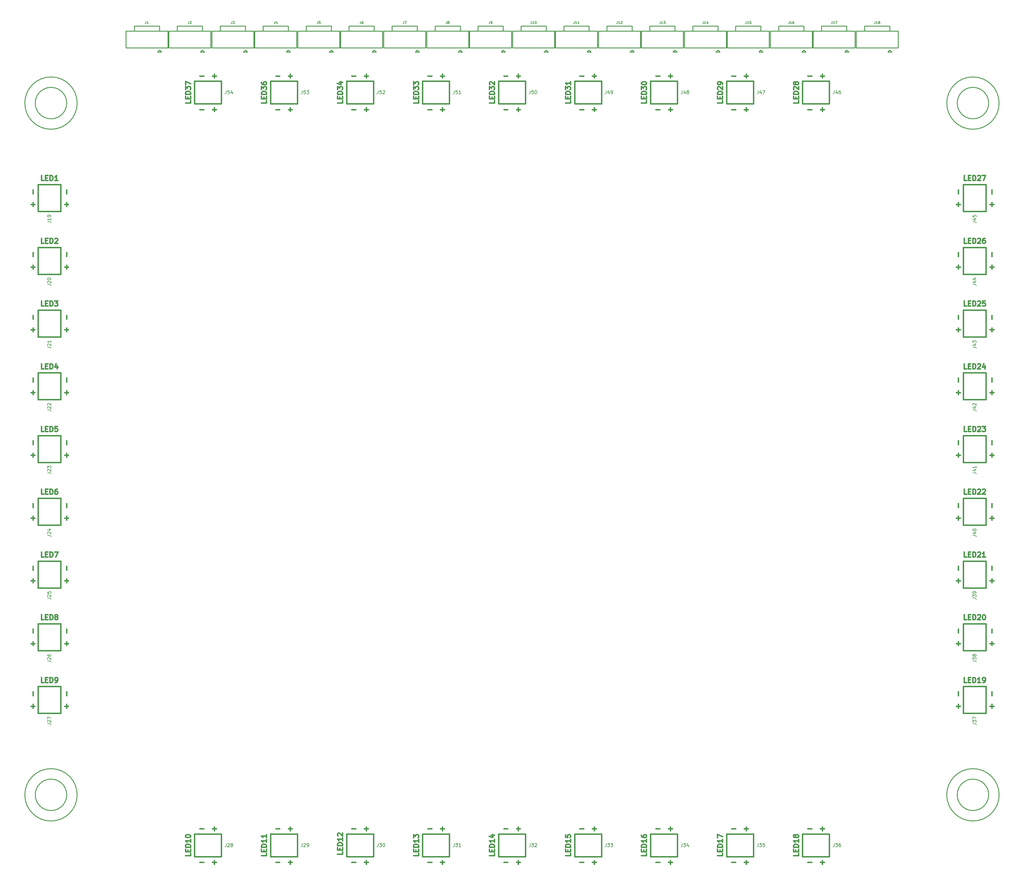
<source format=gbr>
G04 #@! TF.GenerationSoftware,KiCad,Pcbnew,5.1.2-f72e74a~84~ubuntu16.04.1*
G04 #@! TF.CreationDate,2019-10-30T13:45:20-07:00*
G04 #@! TF.ProjectId,roman_led_frame,726f6d61-6e5f-46c6-9564-5f6672616d65,rev?*
G04 #@! TF.SameCoordinates,Original*
G04 #@! TF.FileFunction,Legend,Top*
G04 #@! TF.FilePolarity,Positive*
%FSLAX46Y46*%
G04 Gerber Fmt 4.6, Leading zero omitted, Abs format (unit mm)*
G04 Created by KiCad (PCBNEW 5.1.2-f72e74a~84~ubuntu16.04.1) date 2019-10-30 13:45:20*
%MOMM*%
%LPD*%
G04 APERTURE LIST*
%ADD10C,0.381000*%
%ADD11C,0.254000*%
%ADD12C,0.203200*%
%ADD13C,0.177800*%
G04 APERTURE END LIST*
D10*
X102689428Y-74431142D02*
X102689428Y-75156857D01*
X101165428Y-75156857D01*
X101891142Y-73923142D02*
X101891142Y-73415142D01*
X102689428Y-73197428D02*
X102689428Y-73923142D01*
X101165428Y-73923142D01*
X101165428Y-73197428D01*
X102689428Y-72544285D02*
X101165428Y-72544285D01*
X101165428Y-72181428D01*
X101238000Y-71963714D01*
X101383142Y-71818571D01*
X101528285Y-71746000D01*
X101818571Y-71673428D01*
X102036285Y-71673428D01*
X102326571Y-71746000D01*
X102471714Y-71818571D01*
X102616857Y-71963714D01*
X102689428Y-72181428D01*
X102689428Y-72544285D01*
X101165428Y-71165428D02*
X101165428Y-70222000D01*
X101746000Y-70730000D01*
X101746000Y-70512285D01*
X101818571Y-70367142D01*
X101891142Y-70294571D01*
X102036285Y-70222000D01*
X102399142Y-70222000D01*
X102544285Y-70294571D01*
X102616857Y-70367142D01*
X102689428Y-70512285D01*
X102689428Y-70947714D01*
X102616857Y-71092857D01*
X102544285Y-71165428D01*
X101165428Y-69714000D02*
X101165428Y-68698000D01*
X102689428Y-69351142D01*
X125689428Y-74431142D02*
X125689428Y-75156857D01*
X124165428Y-75156857D01*
X124891142Y-73923142D02*
X124891142Y-73415142D01*
X125689428Y-73197428D02*
X125689428Y-73923142D01*
X124165428Y-73923142D01*
X124165428Y-73197428D01*
X125689428Y-72544285D02*
X124165428Y-72544285D01*
X124165428Y-72181428D01*
X124238000Y-71963714D01*
X124383142Y-71818571D01*
X124528285Y-71746000D01*
X124818571Y-71673428D01*
X125036285Y-71673428D01*
X125326571Y-71746000D01*
X125471714Y-71818571D01*
X125616857Y-71963714D01*
X125689428Y-72181428D01*
X125689428Y-72544285D01*
X124165428Y-71165428D02*
X124165428Y-70222000D01*
X124746000Y-70730000D01*
X124746000Y-70512285D01*
X124818571Y-70367142D01*
X124891142Y-70294571D01*
X125036285Y-70222000D01*
X125399142Y-70222000D01*
X125544285Y-70294571D01*
X125616857Y-70367142D01*
X125689428Y-70512285D01*
X125689428Y-70947714D01*
X125616857Y-71092857D01*
X125544285Y-71165428D01*
X124165428Y-68915714D02*
X124165428Y-69206000D01*
X124238000Y-69351142D01*
X124310571Y-69423714D01*
X124528285Y-69568857D01*
X124818571Y-69641428D01*
X125399142Y-69641428D01*
X125544285Y-69568857D01*
X125616857Y-69496285D01*
X125689428Y-69351142D01*
X125689428Y-69060857D01*
X125616857Y-68915714D01*
X125544285Y-68843142D01*
X125399142Y-68770571D01*
X125036285Y-68770571D01*
X124891142Y-68843142D01*
X124818571Y-68915714D01*
X124746000Y-69060857D01*
X124746000Y-69351142D01*
X124818571Y-69496285D01*
X124891142Y-69568857D01*
X125036285Y-69641428D01*
X148689428Y-74431142D02*
X148689428Y-75156857D01*
X147165428Y-75156857D01*
X147891142Y-73923142D02*
X147891142Y-73415142D01*
X148689428Y-73197428D02*
X148689428Y-73923142D01*
X147165428Y-73923142D01*
X147165428Y-73197428D01*
X148689428Y-72544285D02*
X147165428Y-72544285D01*
X147165428Y-72181428D01*
X147238000Y-71963714D01*
X147383142Y-71818571D01*
X147528285Y-71746000D01*
X147818571Y-71673428D01*
X148036285Y-71673428D01*
X148326571Y-71746000D01*
X148471714Y-71818571D01*
X148616857Y-71963714D01*
X148689428Y-72181428D01*
X148689428Y-72544285D01*
X147165428Y-71165428D02*
X147165428Y-70222000D01*
X147746000Y-70730000D01*
X147746000Y-70512285D01*
X147818571Y-70367142D01*
X147891142Y-70294571D01*
X148036285Y-70222000D01*
X148399142Y-70222000D01*
X148544285Y-70294571D01*
X148616857Y-70367142D01*
X148689428Y-70512285D01*
X148689428Y-70947714D01*
X148616857Y-71092857D01*
X148544285Y-71165428D01*
X147673428Y-68915714D02*
X148689428Y-68915714D01*
X147092857Y-69278571D02*
X148181428Y-69641428D01*
X148181428Y-68698000D01*
X171689428Y-74431142D02*
X171689428Y-75156857D01*
X170165428Y-75156857D01*
X170891142Y-73923142D02*
X170891142Y-73415142D01*
X171689428Y-73197428D02*
X171689428Y-73923142D01*
X170165428Y-73923142D01*
X170165428Y-73197428D01*
X171689428Y-72544285D02*
X170165428Y-72544285D01*
X170165428Y-72181428D01*
X170238000Y-71963714D01*
X170383142Y-71818571D01*
X170528285Y-71746000D01*
X170818571Y-71673428D01*
X171036285Y-71673428D01*
X171326571Y-71746000D01*
X171471714Y-71818571D01*
X171616857Y-71963714D01*
X171689428Y-72181428D01*
X171689428Y-72544285D01*
X170165428Y-71165428D02*
X170165428Y-70222000D01*
X170746000Y-70730000D01*
X170746000Y-70512285D01*
X170818571Y-70367142D01*
X170891142Y-70294571D01*
X171036285Y-70222000D01*
X171399142Y-70222000D01*
X171544285Y-70294571D01*
X171616857Y-70367142D01*
X171689428Y-70512285D01*
X171689428Y-70947714D01*
X171616857Y-71092857D01*
X171544285Y-71165428D01*
X170165428Y-69714000D02*
X170165428Y-68770571D01*
X170746000Y-69278571D01*
X170746000Y-69060857D01*
X170818571Y-68915714D01*
X170891142Y-68843142D01*
X171036285Y-68770571D01*
X171399142Y-68770571D01*
X171544285Y-68843142D01*
X171616857Y-68915714D01*
X171689428Y-69060857D01*
X171689428Y-69496285D01*
X171616857Y-69641428D01*
X171544285Y-69714000D01*
X194689428Y-74431142D02*
X194689428Y-75156857D01*
X193165428Y-75156857D01*
X193891142Y-73923142D02*
X193891142Y-73415142D01*
X194689428Y-73197428D02*
X194689428Y-73923142D01*
X193165428Y-73923142D01*
X193165428Y-73197428D01*
X194689428Y-72544285D02*
X193165428Y-72544285D01*
X193165428Y-72181428D01*
X193238000Y-71963714D01*
X193383142Y-71818571D01*
X193528285Y-71746000D01*
X193818571Y-71673428D01*
X194036285Y-71673428D01*
X194326571Y-71746000D01*
X194471714Y-71818571D01*
X194616857Y-71963714D01*
X194689428Y-72181428D01*
X194689428Y-72544285D01*
X193165428Y-71165428D02*
X193165428Y-70222000D01*
X193746000Y-70730000D01*
X193746000Y-70512285D01*
X193818571Y-70367142D01*
X193891142Y-70294571D01*
X194036285Y-70222000D01*
X194399142Y-70222000D01*
X194544285Y-70294571D01*
X194616857Y-70367142D01*
X194689428Y-70512285D01*
X194689428Y-70947714D01*
X194616857Y-71092857D01*
X194544285Y-71165428D01*
X193310571Y-69641428D02*
X193238000Y-69568857D01*
X193165428Y-69423714D01*
X193165428Y-69060857D01*
X193238000Y-68915714D01*
X193310571Y-68843142D01*
X193455714Y-68770571D01*
X193600857Y-68770571D01*
X193818571Y-68843142D01*
X194689428Y-69714000D01*
X194689428Y-68770571D01*
X217689428Y-74431142D02*
X217689428Y-75156857D01*
X216165428Y-75156857D01*
X216891142Y-73923142D02*
X216891142Y-73415142D01*
X217689428Y-73197428D02*
X217689428Y-73923142D01*
X216165428Y-73923142D01*
X216165428Y-73197428D01*
X217689428Y-72544285D02*
X216165428Y-72544285D01*
X216165428Y-72181428D01*
X216238000Y-71963714D01*
X216383142Y-71818571D01*
X216528285Y-71746000D01*
X216818571Y-71673428D01*
X217036285Y-71673428D01*
X217326571Y-71746000D01*
X217471714Y-71818571D01*
X217616857Y-71963714D01*
X217689428Y-72181428D01*
X217689428Y-72544285D01*
X216165428Y-71165428D02*
X216165428Y-70222000D01*
X216746000Y-70730000D01*
X216746000Y-70512285D01*
X216818571Y-70367142D01*
X216891142Y-70294571D01*
X217036285Y-70222000D01*
X217399142Y-70222000D01*
X217544285Y-70294571D01*
X217616857Y-70367142D01*
X217689428Y-70512285D01*
X217689428Y-70947714D01*
X217616857Y-71092857D01*
X217544285Y-71165428D01*
X217689428Y-68770571D02*
X217689428Y-69641428D01*
X217689428Y-69206000D02*
X216165428Y-69206000D01*
X216383142Y-69351142D01*
X216528285Y-69496285D01*
X216600857Y-69641428D01*
X240689428Y-74431142D02*
X240689428Y-75156857D01*
X239165428Y-75156857D01*
X239891142Y-73923142D02*
X239891142Y-73415142D01*
X240689428Y-73197428D02*
X240689428Y-73923142D01*
X239165428Y-73923142D01*
X239165428Y-73197428D01*
X240689428Y-72544285D02*
X239165428Y-72544285D01*
X239165428Y-72181428D01*
X239238000Y-71963714D01*
X239383142Y-71818571D01*
X239528285Y-71746000D01*
X239818571Y-71673428D01*
X240036285Y-71673428D01*
X240326571Y-71746000D01*
X240471714Y-71818571D01*
X240616857Y-71963714D01*
X240689428Y-72181428D01*
X240689428Y-72544285D01*
X239165428Y-71165428D02*
X239165428Y-70222000D01*
X239746000Y-70730000D01*
X239746000Y-70512285D01*
X239818571Y-70367142D01*
X239891142Y-70294571D01*
X240036285Y-70222000D01*
X240399142Y-70222000D01*
X240544285Y-70294571D01*
X240616857Y-70367142D01*
X240689428Y-70512285D01*
X240689428Y-70947714D01*
X240616857Y-71092857D01*
X240544285Y-71165428D01*
X239165428Y-69278571D02*
X239165428Y-69133428D01*
X239238000Y-68988285D01*
X239310571Y-68915714D01*
X239455714Y-68843142D01*
X239746000Y-68770571D01*
X240108857Y-68770571D01*
X240399142Y-68843142D01*
X240544285Y-68915714D01*
X240616857Y-68988285D01*
X240689428Y-69133428D01*
X240689428Y-69278571D01*
X240616857Y-69423714D01*
X240544285Y-69496285D01*
X240399142Y-69568857D01*
X240108857Y-69641428D01*
X239746000Y-69641428D01*
X239455714Y-69568857D01*
X239310571Y-69496285D01*
X239238000Y-69423714D01*
X239165428Y-69278571D01*
X263689428Y-74431142D02*
X263689428Y-75156857D01*
X262165428Y-75156857D01*
X262891142Y-73923142D02*
X262891142Y-73415142D01*
X263689428Y-73197428D02*
X263689428Y-73923142D01*
X262165428Y-73923142D01*
X262165428Y-73197428D01*
X263689428Y-72544285D02*
X262165428Y-72544285D01*
X262165428Y-72181428D01*
X262238000Y-71963714D01*
X262383142Y-71818571D01*
X262528285Y-71746000D01*
X262818571Y-71673428D01*
X263036285Y-71673428D01*
X263326571Y-71746000D01*
X263471714Y-71818571D01*
X263616857Y-71963714D01*
X263689428Y-72181428D01*
X263689428Y-72544285D01*
X262310571Y-71092857D02*
X262238000Y-71020285D01*
X262165428Y-70875142D01*
X262165428Y-70512285D01*
X262238000Y-70367142D01*
X262310571Y-70294571D01*
X262455714Y-70222000D01*
X262600857Y-70222000D01*
X262818571Y-70294571D01*
X263689428Y-71165428D01*
X263689428Y-70222000D01*
X263689428Y-69496285D02*
X263689428Y-69206000D01*
X263616857Y-69060857D01*
X263544285Y-68988285D01*
X263326571Y-68843142D01*
X263036285Y-68770571D01*
X262455714Y-68770571D01*
X262310571Y-68843142D01*
X262238000Y-68915714D01*
X262165428Y-69060857D01*
X262165428Y-69351142D01*
X262238000Y-69496285D01*
X262310571Y-69568857D01*
X262455714Y-69641428D01*
X262818571Y-69641428D01*
X262963714Y-69568857D01*
X263036285Y-69496285D01*
X263108857Y-69351142D01*
X263108857Y-69060857D01*
X263036285Y-68915714D01*
X262963714Y-68843142D01*
X262818571Y-68770571D01*
X286689428Y-74431142D02*
X286689428Y-75156857D01*
X285165428Y-75156857D01*
X285891142Y-73923142D02*
X285891142Y-73415142D01*
X286689428Y-73197428D02*
X286689428Y-73923142D01*
X285165428Y-73923142D01*
X285165428Y-73197428D01*
X286689428Y-72544285D02*
X285165428Y-72544285D01*
X285165428Y-72181428D01*
X285238000Y-71963714D01*
X285383142Y-71818571D01*
X285528285Y-71746000D01*
X285818571Y-71673428D01*
X286036285Y-71673428D01*
X286326571Y-71746000D01*
X286471714Y-71818571D01*
X286616857Y-71963714D01*
X286689428Y-72181428D01*
X286689428Y-72544285D01*
X285310571Y-71092857D02*
X285238000Y-71020285D01*
X285165428Y-70875142D01*
X285165428Y-70512285D01*
X285238000Y-70367142D01*
X285310571Y-70294571D01*
X285455714Y-70222000D01*
X285600857Y-70222000D01*
X285818571Y-70294571D01*
X286689428Y-71165428D01*
X286689428Y-70222000D01*
X285818571Y-69351142D02*
X285746000Y-69496285D01*
X285673428Y-69568857D01*
X285528285Y-69641428D01*
X285455714Y-69641428D01*
X285310571Y-69568857D01*
X285238000Y-69496285D01*
X285165428Y-69351142D01*
X285165428Y-69060857D01*
X285238000Y-68915714D01*
X285310571Y-68843142D01*
X285455714Y-68770571D01*
X285528285Y-68770571D01*
X285673428Y-68843142D01*
X285746000Y-68915714D01*
X285818571Y-69060857D01*
X285818571Y-69351142D01*
X285891142Y-69496285D01*
X285963714Y-69568857D01*
X286108857Y-69641428D01*
X286399142Y-69641428D01*
X286544285Y-69568857D01*
X286616857Y-69496285D01*
X286689428Y-69351142D01*
X286689428Y-69060857D01*
X286616857Y-68915714D01*
X286544285Y-68843142D01*
X286399142Y-68770571D01*
X286108857Y-68770571D01*
X285963714Y-68843142D01*
X285891142Y-68915714D01*
X285818571Y-69060857D01*
X337568857Y-98689428D02*
X336843142Y-98689428D01*
X336843142Y-97165428D01*
X338076857Y-97891142D02*
X338584857Y-97891142D01*
X338802571Y-98689428D02*
X338076857Y-98689428D01*
X338076857Y-97165428D01*
X338802571Y-97165428D01*
X339455714Y-98689428D02*
X339455714Y-97165428D01*
X339818571Y-97165428D01*
X340036285Y-97238000D01*
X340181428Y-97383142D01*
X340254000Y-97528285D01*
X340326571Y-97818571D01*
X340326571Y-98036285D01*
X340254000Y-98326571D01*
X340181428Y-98471714D01*
X340036285Y-98616857D01*
X339818571Y-98689428D01*
X339455714Y-98689428D01*
X340907142Y-97310571D02*
X340979714Y-97238000D01*
X341124857Y-97165428D01*
X341487714Y-97165428D01*
X341632857Y-97238000D01*
X341705428Y-97310571D01*
X341778000Y-97455714D01*
X341778000Y-97600857D01*
X341705428Y-97818571D01*
X340834571Y-98689428D01*
X341778000Y-98689428D01*
X342286000Y-97165428D02*
X343302000Y-97165428D01*
X342648857Y-98689428D01*
X337568857Y-117689428D02*
X336843142Y-117689428D01*
X336843142Y-116165428D01*
X338076857Y-116891142D02*
X338584857Y-116891142D01*
X338802571Y-117689428D02*
X338076857Y-117689428D01*
X338076857Y-116165428D01*
X338802571Y-116165428D01*
X339455714Y-117689428D02*
X339455714Y-116165428D01*
X339818571Y-116165428D01*
X340036285Y-116238000D01*
X340181428Y-116383142D01*
X340254000Y-116528285D01*
X340326571Y-116818571D01*
X340326571Y-117036285D01*
X340254000Y-117326571D01*
X340181428Y-117471714D01*
X340036285Y-117616857D01*
X339818571Y-117689428D01*
X339455714Y-117689428D01*
X340907142Y-116310571D02*
X340979714Y-116238000D01*
X341124857Y-116165428D01*
X341487714Y-116165428D01*
X341632857Y-116238000D01*
X341705428Y-116310571D01*
X341778000Y-116455714D01*
X341778000Y-116600857D01*
X341705428Y-116818571D01*
X340834571Y-117689428D01*
X341778000Y-117689428D01*
X343084285Y-116165428D02*
X342794000Y-116165428D01*
X342648857Y-116238000D01*
X342576285Y-116310571D01*
X342431142Y-116528285D01*
X342358571Y-116818571D01*
X342358571Y-117399142D01*
X342431142Y-117544285D01*
X342503714Y-117616857D01*
X342648857Y-117689428D01*
X342939142Y-117689428D01*
X343084285Y-117616857D01*
X343156857Y-117544285D01*
X343229428Y-117399142D01*
X343229428Y-117036285D01*
X343156857Y-116891142D01*
X343084285Y-116818571D01*
X342939142Y-116746000D01*
X342648857Y-116746000D01*
X342503714Y-116818571D01*
X342431142Y-116891142D01*
X342358571Y-117036285D01*
X337568857Y-136689428D02*
X336843142Y-136689428D01*
X336843142Y-135165428D01*
X338076857Y-135891142D02*
X338584857Y-135891142D01*
X338802571Y-136689428D02*
X338076857Y-136689428D01*
X338076857Y-135165428D01*
X338802571Y-135165428D01*
X339455714Y-136689428D02*
X339455714Y-135165428D01*
X339818571Y-135165428D01*
X340036285Y-135238000D01*
X340181428Y-135383142D01*
X340254000Y-135528285D01*
X340326571Y-135818571D01*
X340326571Y-136036285D01*
X340254000Y-136326571D01*
X340181428Y-136471714D01*
X340036285Y-136616857D01*
X339818571Y-136689428D01*
X339455714Y-136689428D01*
X340907142Y-135310571D02*
X340979714Y-135238000D01*
X341124857Y-135165428D01*
X341487714Y-135165428D01*
X341632857Y-135238000D01*
X341705428Y-135310571D01*
X341778000Y-135455714D01*
X341778000Y-135600857D01*
X341705428Y-135818571D01*
X340834571Y-136689428D01*
X341778000Y-136689428D01*
X343156857Y-135165428D02*
X342431142Y-135165428D01*
X342358571Y-135891142D01*
X342431142Y-135818571D01*
X342576285Y-135746000D01*
X342939142Y-135746000D01*
X343084285Y-135818571D01*
X343156857Y-135891142D01*
X343229428Y-136036285D01*
X343229428Y-136399142D01*
X343156857Y-136544285D01*
X343084285Y-136616857D01*
X342939142Y-136689428D01*
X342576285Y-136689428D01*
X342431142Y-136616857D01*
X342358571Y-136544285D01*
X337568857Y-155689428D02*
X336843142Y-155689428D01*
X336843142Y-154165428D01*
X338076857Y-154891142D02*
X338584857Y-154891142D01*
X338802571Y-155689428D02*
X338076857Y-155689428D01*
X338076857Y-154165428D01*
X338802571Y-154165428D01*
X339455714Y-155689428D02*
X339455714Y-154165428D01*
X339818571Y-154165428D01*
X340036285Y-154238000D01*
X340181428Y-154383142D01*
X340254000Y-154528285D01*
X340326571Y-154818571D01*
X340326571Y-155036285D01*
X340254000Y-155326571D01*
X340181428Y-155471714D01*
X340036285Y-155616857D01*
X339818571Y-155689428D01*
X339455714Y-155689428D01*
X340907142Y-154310571D02*
X340979714Y-154238000D01*
X341124857Y-154165428D01*
X341487714Y-154165428D01*
X341632857Y-154238000D01*
X341705428Y-154310571D01*
X341778000Y-154455714D01*
X341778000Y-154600857D01*
X341705428Y-154818571D01*
X340834571Y-155689428D01*
X341778000Y-155689428D01*
X343084285Y-154673428D02*
X343084285Y-155689428D01*
X342721428Y-154092857D02*
X342358571Y-155181428D01*
X343302000Y-155181428D01*
X337568857Y-174689428D02*
X336843142Y-174689428D01*
X336843142Y-173165428D01*
X338076857Y-173891142D02*
X338584857Y-173891142D01*
X338802571Y-174689428D02*
X338076857Y-174689428D01*
X338076857Y-173165428D01*
X338802571Y-173165428D01*
X339455714Y-174689428D02*
X339455714Y-173165428D01*
X339818571Y-173165428D01*
X340036285Y-173238000D01*
X340181428Y-173383142D01*
X340254000Y-173528285D01*
X340326571Y-173818571D01*
X340326571Y-174036285D01*
X340254000Y-174326571D01*
X340181428Y-174471714D01*
X340036285Y-174616857D01*
X339818571Y-174689428D01*
X339455714Y-174689428D01*
X340907142Y-173310571D02*
X340979714Y-173238000D01*
X341124857Y-173165428D01*
X341487714Y-173165428D01*
X341632857Y-173238000D01*
X341705428Y-173310571D01*
X341778000Y-173455714D01*
X341778000Y-173600857D01*
X341705428Y-173818571D01*
X340834571Y-174689428D01*
X341778000Y-174689428D01*
X342286000Y-173165428D02*
X343229428Y-173165428D01*
X342721428Y-173746000D01*
X342939142Y-173746000D01*
X343084285Y-173818571D01*
X343156857Y-173891142D01*
X343229428Y-174036285D01*
X343229428Y-174399142D01*
X343156857Y-174544285D01*
X343084285Y-174616857D01*
X342939142Y-174689428D01*
X342503714Y-174689428D01*
X342358571Y-174616857D01*
X342286000Y-174544285D01*
X337568857Y-193689428D02*
X336843142Y-193689428D01*
X336843142Y-192165428D01*
X338076857Y-192891142D02*
X338584857Y-192891142D01*
X338802571Y-193689428D02*
X338076857Y-193689428D01*
X338076857Y-192165428D01*
X338802571Y-192165428D01*
X339455714Y-193689428D02*
X339455714Y-192165428D01*
X339818571Y-192165428D01*
X340036285Y-192238000D01*
X340181428Y-192383142D01*
X340254000Y-192528285D01*
X340326571Y-192818571D01*
X340326571Y-193036285D01*
X340254000Y-193326571D01*
X340181428Y-193471714D01*
X340036285Y-193616857D01*
X339818571Y-193689428D01*
X339455714Y-193689428D01*
X340907142Y-192310571D02*
X340979714Y-192238000D01*
X341124857Y-192165428D01*
X341487714Y-192165428D01*
X341632857Y-192238000D01*
X341705428Y-192310571D01*
X341778000Y-192455714D01*
X341778000Y-192600857D01*
X341705428Y-192818571D01*
X340834571Y-193689428D01*
X341778000Y-193689428D01*
X342358571Y-192310571D02*
X342431142Y-192238000D01*
X342576285Y-192165428D01*
X342939142Y-192165428D01*
X343084285Y-192238000D01*
X343156857Y-192310571D01*
X343229428Y-192455714D01*
X343229428Y-192600857D01*
X343156857Y-192818571D01*
X342286000Y-193689428D01*
X343229428Y-193689428D01*
X337568857Y-212689428D02*
X336843142Y-212689428D01*
X336843142Y-211165428D01*
X338076857Y-211891142D02*
X338584857Y-211891142D01*
X338802571Y-212689428D02*
X338076857Y-212689428D01*
X338076857Y-211165428D01*
X338802571Y-211165428D01*
X339455714Y-212689428D02*
X339455714Y-211165428D01*
X339818571Y-211165428D01*
X340036285Y-211238000D01*
X340181428Y-211383142D01*
X340254000Y-211528285D01*
X340326571Y-211818571D01*
X340326571Y-212036285D01*
X340254000Y-212326571D01*
X340181428Y-212471714D01*
X340036285Y-212616857D01*
X339818571Y-212689428D01*
X339455714Y-212689428D01*
X340907142Y-211310571D02*
X340979714Y-211238000D01*
X341124857Y-211165428D01*
X341487714Y-211165428D01*
X341632857Y-211238000D01*
X341705428Y-211310571D01*
X341778000Y-211455714D01*
X341778000Y-211600857D01*
X341705428Y-211818571D01*
X340834571Y-212689428D01*
X341778000Y-212689428D01*
X343229428Y-212689428D02*
X342358571Y-212689428D01*
X342794000Y-212689428D02*
X342794000Y-211165428D01*
X342648857Y-211383142D01*
X342503714Y-211528285D01*
X342358571Y-211600857D01*
X337568857Y-231689428D02*
X336843142Y-231689428D01*
X336843142Y-230165428D01*
X338076857Y-230891142D02*
X338584857Y-230891142D01*
X338802571Y-231689428D02*
X338076857Y-231689428D01*
X338076857Y-230165428D01*
X338802571Y-230165428D01*
X339455714Y-231689428D02*
X339455714Y-230165428D01*
X339818571Y-230165428D01*
X340036285Y-230238000D01*
X340181428Y-230383142D01*
X340254000Y-230528285D01*
X340326571Y-230818571D01*
X340326571Y-231036285D01*
X340254000Y-231326571D01*
X340181428Y-231471714D01*
X340036285Y-231616857D01*
X339818571Y-231689428D01*
X339455714Y-231689428D01*
X340907142Y-230310571D02*
X340979714Y-230238000D01*
X341124857Y-230165428D01*
X341487714Y-230165428D01*
X341632857Y-230238000D01*
X341705428Y-230310571D01*
X341778000Y-230455714D01*
X341778000Y-230600857D01*
X341705428Y-230818571D01*
X340834571Y-231689428D01*
X341778000Y-231689428D01*
X342721428Y-230165428D02*
X342866571Y-230165428D01*
X343011714Y-230238000D01*
X343084285Y-230310571D01*
X343156857Y-230455714D01*
X343229428Y-230746000D01*
X343229428Y-231108857D01*
X343156857Y-231399142D01*
X343084285Y-231544285D01*
X343011714Y-231616857D01*
X342866571Y-231689428D01*
X342721428Y-231689428D01*
X342576285Y-231616857D01*
X342503714Y-231544285D01*
X342431142Y-231399142D01*
X342358571Y-231108857D01*
X342358571Y-230746000D01*
X342431142Y-230455714D01*
X342503714Y-230310571D01*
X342576285Y-230238000D01*
X342721428Y-230165428D01*
X337568857Y-250689428D02*
X336843142Y-250689428D01*
X336843142Y-249165428D01*
X338076857Y-249891142D02*
X338584857Y-249891142D01*
X338802571Y-250689428D02*
X338076857Y-250689428D01*
X338076857Y-249165428D01*
X338802571Y-249165428D01*
X339455714Y-250689428D02*
X339455714Y-249165428D01*
X339818571Y-249165428D01*
X340036285Y-249238000D01*
X340181428Y-249383142D01*
X340254000Y-249528285D01*
X340326571Y-249818571D01*
X340326571Y-250036285D01*
X340254000Y-250326571D01*
X340181428Y-250471714D01*
X340036285Y-250616857D01*
X339818571Y-250689428D01*
X339455714Y-250689428D01*
X341778000Y-250689428D02*
X340907142Y-250689428D01*
X341342571Y-250689428D02*
X341342571Y-249165428D01*
X341197428Y-249383142D01*
X341052285Y-249528285D01*
X340907142Y-249600857D01*
X342503714Y-250689428D02*
X342794000Y-250689428D01*
X342939142Y-250616857D01*
X343011714Y-250544285D01*
X343156857Y-250326571D01*
X343229428Y-250036285D01*
X343229428Y-249455714D01*
X343156857Y-249310571D01*
X343084285Y-249238000D01*
X342939142Y-249165428D01*
X342648857Y-249165428D01*
X342503714Y-249238000D01*
X342431142Y-249310571D01*
X342358571Y-249455714D01*
X342358571Y-249818571D01*
X342431142Y-249963714D01*
X342503714Y-250036285D01*
X342648857Y-250108857D01*
X342939142Y-250108857D01*
X343084285Y-250036285D01*
X343156857Y-249963714D01*
X343229428Y-249818571D01*
X286689428Y-302431142D02*
X286689428Y-303156857D01*
X285165428Y-303156857D01*
X285891142Y-301923142D02*
X285891142Y-301415142D01*
X286689428Y-301197428D02*
X286689428Y-301923142D01*
X285165428Y-301923142D01*
X285165428Y-301197428D01*
X286689428Y-300544285D02*
X285165428Y-300544285D01*
X285165428Y-300181428D01*
X285238000Y-299963714D01*
X285383142Y-299818571D01*
X285528285Y-299746000D01*
X285818571Y-299673428D01*
X286036285Y-299673428D01*
X286326571Y-299746000D01*
X286471714Y-299818571D01*
X286616857Y-299963714D01*
X286689428Y-300181428D01*
X286689428Y-300544285D01*
X286689428Y-298222000D02*
X286689428Y-299092857D01*
X286689428Y-298657428D02*
X285165428Y-298657428D01*
X285383142Y-298802571D01*
X285528285Y-298947714D01*
X285600857Y-299092857D01*
X285818571Y-297351142D02*
X285746000Y-297496285D01*
X285673428Y-297568857D01*
X285528285Y-297641428D01*
X285455714Y-297641428D01*
X285310571Y-297568857D01*
X285238000Y-297496285D01*
X285165428Y-297351142D01*
X285165428Y-297060857D01*
X285238000Y-296915714D01*
X285310571Y-296843142D01*
X285455714Y-296770571D01*
X285528285Y-296770571D01*
X285673428Y-296843142D01*
X285746000Y-296915714D01*
X285818571Y-297060857D01*
X285818571Y-297351142D01*
X285891142Y-297496285D01*
X285963714Y-297568857D01*
X286108857Y-297641428D01*
X286399142Y-297641428D01*
X286544285Y-297568857D01*
X286616857Y-297496285D01*
X286689428Y-297351142D01*
X286689428Y-297060857D01*
X286616857Y-296915714D01*
X286544285Y-296843142D01*
X286399142Y-296770571D01*
X286108857Y-296770571D01*
X285963714Y-296843142D01*
X285891142Y-296915714D01*
X285818571Y-297060857D01*
X263689428Y-302431142D02*
X263689428Y-303156857D01*
X262165428Y-303156857D01*
X262891142Y-301923142D02*
X262891142Y-301415142D01*
X263689428Y-301197428D02*
X263689428Y-301923142D01*
X262165428Y-301923142D01*
X262165428Y-301197428D01*
X263689428Y-300544285D02*
X262165428Y-300544285D01*
X262165428Y-300181428D01*
X262238000Y-299963714D01*
X262383142Y-299818571D01*
X262528285Y-299746000D01*
X262818571Y-299673428D01*
X263036285Y-299673428D01*
X263326571Y-299746000D01*
X263471714Y-299818571D01*
X263616857Y-299963714D01*
X263689428Y-300181428D01*
X263689428Y-300544285D01*
X263689428Y-298222000D02*
X263689428Y-299092857D01*
X263689428Y-298657428D02*
X262165428Y-298657428D01*
X262383142Y-298802571D01*
X262528285Y-298947714D01*
X262600857Y-299092857D01*
X262165428Y-297714000D02*
X262165428Y-296698000D01*
X263689428Y-297351142D01*
X240689428Y-302431142D02*
X240689428Y-303156857D01*
X239165428Y-303156857D01*
X239891142Y-301923142D02*
X239891142Y-301415142D01*
X240689428Y-301197428D02*
X240689428Y-301923142D01*
X239165428Y-301923142D01*
X239165428Y-301197428D01*
X240689428Y-300544285D02*
X239165428Y-300544285D01*
X239165428Y-300181428D01*
X239238000Y-299963714D01*
X239383142Y-299818571D01*
X239528285Y-299746000D01*
X239818571Y-299673428D01*
X240036285Y-299673428D01*
X240326571Y-299746000D01*
X240471714Y-299818571D01*
X240616857Y-299963714D01*
X240689428Y-300181428D01*
X240689428Y-300544285D01*
X240689428Y-298222000D02*
X240689428Y-299092857D01*
X240689428Y-298657428D02*
X239165428Y-298657428D01*
X239383142Y-298802571D01*
X239528285Y-298947714D01*
X239600857Y-299092857D01*
X239165428Y-296915714D02*
X239165428Y-297206000D01*
X239238000Y-297351142D01*
X239310571Y-297423714D01*
X239528285Y-297568857D01*
X239818571Y-297641428D01*
X240399142Y-297641428D01*
X240544285Y-297568857D01*
X240616857Y-297496285D01*
X240689428Y-297351142D01*
X240689428Y-297060857D01*
X240616857Y-296915714D01*
X240544285Y-296843142D01*
X240399142Y-296770571D01*
X240036285Y-296770571D01*
X239891142Y-296843142D01*
X239818571Y-296915714D01*
X239746000Y-297060857D01*
X239746000Y-297351142D01*
X239818571Y-297496285D01*
X239891142Y-297568857D01*
X240036285Y-297641428D01*
X217689428Y-302431142D02*
X217689428Y-303156857D01*
X216165428Y-303156857D01*
X216891142Y-301923142D02*
X216891142Y-301415142D01*
X217689428Y-301197428D02*
X217689428Y-301923142D01*
X216165428Y-301923142D01*
X216165428Y-301197428D01*
X217689428Y-300544285D02*
X216165428Y-300544285D01*
X216165428Y-300181428D01*
X216238000Y-299963714D01*
X216383142Y-299818571D01*
X216528285Y-299746000D01*
X216818571Y-299673428D01*
X217036285Y-299673428D01*
X217326571Y-299746000D01*
X217471714Y-299818571D01*
X217616857Y-299963714D01*
X217689428Y-300181428D01*
X217689428Y-300544285D01*
X217689428Y-298222000D02*
X217689428Y-299092857D01*
X217689428Y-298657428D02*
X216165428Y-298657428D01*
X216383142Y-298802571D01*
X216528285Y-298947714D01*
X216600857Y-299092857D01*
X216165428Y-296843142D02*
X216165428Y-297568857D01*
X216891142Y-297641428D01*
X216818571Y-297568857D01*
X216746000Y-297423714D01*
X216746000Y-297060857D01*
X216818571Y-296915714D01*
X216891142Y-296843142D01*
X217036285Y-296770571D01*
X217399142Y-296770571D01*
X217544285Y-296843142D01*
X217616857Y-296915714D01*
X217689428Y-297060857D01*
X217689428Y-297423714D01*
X217616857Y-297568857D01*
X217544285Y-297641428D01*
X194689428Y-302431142D02*
X194689428Y-303156857D01*
X193165428Y-303156857D01*
X193891142Y-301923142D02*
X193891142Y-301415142D01*
X194689428Y-301197428D02*
X194689428Y-301923142D01*
X193165428Y-301923142D01*
X193165428Y-301197428D01*
X194689428Y-300544285D02*
X193165428Y-300544285D01*
X193165428Y-300181428D01*
X193238000Y-299963714D01*
X193383142Y-299818571D01*
X193528285Y-299746000D01*
X193818571Y-299673428D01*
X194036285Y-299673428D01*
X194326571Y-299746000D01*
X194471714Y-299818571D01*
X194616857Y-299963714D01*
X194689428Y-300181428D01*
X194689428Y-300544285D01*
X194689428Y-298222000D02*
X194689428Y-299092857D01*
X194689428Y-298657428D02*
X193165428Y-298657428D01*
X193383142Y-298802571D01*
X193528285Y-298947714D01*
X193600857Y-299092857D01*
X193673428Y-296915714D02*
X194689428Y-296915714D01*
X193092857Y-297278571D02*
X194181428Y-297641428D01*
X194181428Y-296698000D01*
X171689428Y-302431142D02*
X171689428Y-303156857D01*
X170165428Y-303156857D01*
X170891142Y-301923142D02*
X170891142Y-301415142D01*
X171689428Y-301197428D02*
X171689428Y-301923142D01*
X170165428Y-301923142D01*
X170165428Y-301197428D01*
X171689428Y-300544285D02*
X170165428Y-300544285D01*
X170165428Y-300181428D01*
X170238000Y-299963714D01*
X170383142Y-299818571D01*
X170528285Y-299746000D01*
X170818571Y-299673428D01*
X171036285Y-299673428D01*
X171326571Y-299746000D01*
X171471714Y-299818571D01*
X171616857Y-299963714D01*
X171689428Y-300181428D01*
X171689428Y-300544285D01*
X171689428Y-298222000D02*
X171689428Y-299092857D01*
X171689428Y-298657428D02*
X170165428Y-298657428D01*
X170383142Y-298802571D01*
X170528285Y-298947714D01*
X170600857Y-299092857D01*
X170165428Y-297714000D02*
X170165428Y-296770571D01*
X170746000Y-297278571D01*
X170746000Y-297060857D01*
X170818571Y-296915714D01*
X170891142Y-296843142D01*
X171036285Y-296770571D01*
X171399142Y-296770571D01*
X171544285Y-296843142D01*
X171616857Y-296915714D01*
X171689428Y-297060857D01*
X171689428Y-297496285D01*
X171616857Y-297641428D01*
X171544285Y-297714000D01*
X148689428Y-301931142D02*
X148689428Y-302656857D01*
X147165428Y-302656857D01*
X147891142Y-301423142D02*
X147891142Y-300915142D01*
X148689428Y-300697428D02*
X148689428Y-301423142D01*
X147165428Y-301423142D01*
X147165428Y-300697428D01*
X148689428Y-300044285D02*
X147165428Y-300044285D01*
X147165428Y-299681428D01*
X147238000Y-299463714D01*
X147383142Y-299318571D01*
X147528285Y-299246000D01*
X147818571Y-299173428D01*
X148036285Y-299173428D01*
X148326571Y-299246000D01*
X148471714Y-299318571D01*
X148616857Y-299463714D01*
X148689428Y-299681428D01*
X148689428Y-300044285D01*
X148689428Y-297722000D02*
X148689428Y-298592857D01*
X148689428Y-298157428D02*
X147165428Y-298157428D01*
X147383142Y-298302571D01*
X147528285Y-298447714D01*
X147600857Y-298592857D01*
X147310571Y-297141428D02*
X147238000Y-297068857D01*
X147165428Y-296923714D01*
X147165428Y-296560857D01*
X147238000Y-296415714D01*
X147310571Y-296343142D01*
X147455714Y-296270571D01*
X147600857Y-296270571D01*
X147818571Y-296343142D01*
X148689428Y-297214000D01*
X148689428Y-296270571D01*
X125689428Y-302431142D02*
X125689428Y-303156857D01*
X124165428Y-303156857D01*
X124891142Y-301923142D02*
X124891142Y-301415142D01*
X125689428Y-301197428D02*
X125689428Y-301923142D01*
X124165428Y-301923142D01*
X124165428Y-301197428D01*
X125689428Y-300544285D02*
X124165428Y-300544285D01*
X124165428Y-300181428D01*
X124238000Y-299963714D01*
X124383142Y-299818571D01*
X124528285Y-299746000D01*
X124818571Y-299673428D01*
X125036285Y-299673428D01*
X125326571Y-299746000D01*
X125471714Y-299818571D01*
X125616857Y-299963714D01*
X125689428Y-300181428D01*
X125689428Y-300544285D01*
X125689428Y-298222000D02*
X125689428Y-299092857D01*
X125689428Y-298657428D02*
X124165428Y-298657428D01*
X124383142Y-298802571D01*
X124528285Y-298947714D01*
X124600857Y-299092857D01*
X125689428Y-296770571D02*
X125689428Y-297641428D01*
X125689428Y-297206000D02*
X124165428Y-297206000D01*
X124383142Y-297351142D01*
X124528285Y-297496285D01*
X124600857Y-297641428D01*
X102689428Y-302431142D02*
X102689428Y-303156857D01*
X101165428Y-303156857D01*
X101891142Y-301923142D02*
X101891142Y-301415142D01*
X102689428Y-301197428D02*
X102689428Y-301923142D01*
X101165428Y-301923142D01*
X101165428Y-301197428D01*
X102689428Y-300544285D02*
X101165428Y-300544285D01*
X101165428Y-300181428D01*
X101238000Y-299963714D01*
X101383142Y-299818571D01*
X101528285Y-299746000D01*
X101818571Y-299673428D01*
X102036285Y-299673428D01*
X102326571Y-299746000D01*
X102471714Y-299818571D01*
X102616857Y-299963714D01*
X102689428Y-300181428D01*
X102689428Y-300544285D01*
X102689428Y-298222000D02*
X102689428Y-299092857D01*
X102689428Y-298657428D02*
X101165428Y-298657428D01*
X101383142Y-298802571D01*
X101528285Y-298947714D01*
X101600857Y-299092857D01*
X101165428Y-297278571D02*
X101165428Y-297133428D01*
X101238000Y-296988285D01*
X101310571Y-296915714D01*
X101455714Y-296843142D01*
X101746000Y-296770571D01*
X102108857Y-296770571D01*
X102399142Y-296843142D01*
X102544285Y-296915714D01*
X102616857Y-296988285D01*
X102689428Y-297133428D01*
X102689428Y-297278571D01*
X102616857Y-297423714D01*
X102544285Y-297496285D01*
X102399142Y-297568857D01*
X102108857Y-297641428D01*
X101746000Y-297641428D01*
X101455714Y-297568857D01*
X101310571Y-297496285D01*
X101238000Y-297423714D01*
X101165428Y-297278571D01*
X58294571Y-250689428D02*
X57568857Y-250689428D01*
X57568857Y-249165428D01*
X58802571Y-249891142D02*
X59310571Y-249891142D01*
X59528285Y-250689428D02*
X58802571Y-250689428D01*
X58802571Y-249165428D01*
X59528285Y-249165428D01*
X60181428Y-250689428D02*
X60181428Y-249165428D01*
X60544285Y-249165428D01*
X60762000Y-249238000D01*
X60907142Y-249383142D01*
X60979714Y-249528285D01*
X61052285Y-249818571D01*
X61052285Y-250036285D01*
X60979714Y-250326571D01*
X60907142Y-250471714D01*
X60762000Y-250616857D01*
X60544285Y-250689428D01*
X60181428Y-250689428D01*
X61778000Y-250689428D02*
X62068285Y-250689428D01*
X62213428Y-250616857D01*
X62286000Y-250544285D01*
X62431142Y-250326571D01*
X62503714Y-250036285D01*
X62503714Y-249455714D01*
X62431142Y-249310571D01*
X62358571Y-249238000D01*
X62213428Y-249165428D01*
X61923142Y-249165428D01*
X61778000Y-249238000D01*
X61705428Y-249310571D01*
X61632857Y-249455714D01*
X61632857Y-249818571D01*
X61705428Y-249963714D01*
X61778000Y-250036285D01*
X61923142Y-250108857D01*
X62213428Y-250108857D01*
X62358571Y-250036285D01*
X62431142Y-249963714D01*
X62503714Y-249818571D01*
X58294571Y-231689428D02*
X57568857Y-231689428D01*
X57568857Y-230165428D01*
X58802571Y-230891142D02*
X59310571Y-230891142D01*
X59528285Y-231689428D02*
X58802571Y-231689428D01*
X58802571Y-230165428D01*
X59528285Y-230165428D01*
X60181428Y-231689428D02*
X60181428Y-230165428D01*
X60544285Y-230165428D01*
X60762000Y-230238000D01*
X60907142Y-230383142D01*
X60979714Y-230528285D01*
X61052285Y-230818571D01*
X61052285Y-231036285D01*
X60979714Y-231326571D01*
X60907142Y-231471714D01*
X60762000Y-231616857D01*
X60544285Y-231689428D01*
X60181428Y-231689428D01*
X61923142Y-230818571D02*
X61778000Y-230746000D01*
X61705428Y-230673428D01*
X61632857Y-230528285D01*
X61632857Y-230455714D01*
X61705428Y-230310571D01*
X61778000Y-230238000D01*
X61923142Y-230165428D01*
X62213428Y-230165428D01*
X62358571Y-230238000D01*
X62431142Y-230310571D01*
X62503714Y-230455714D01*
X62503714Y-230528285D01*
X62431142Y-230673428D01*
X62358571Y-230746000D01*
X62213428Y-230818571D01*
X61923142Y-230818571D01*
X61778000Y-230891142D01*
X61705428Y-230963714D01*
X61632857Y-231108857D01*
X61632857Y-231399142D01*
X61705428Y-231544285D01*
X61778000Y-231616857D01*
X61923142Y-231689428D01*
X62213428Y-231689428D01*
X62358571Y-231616857D01*
X62431142Y-231544285D01*
X62503714Y-231399142D01*
X62503714Y-231108857D01*
X62431142Y-230963714D01*
X62358571Y-230891142D01*
X62213428Y-230818571D01*
X58294571Y-212689428D02*
X57568857Y-212689428D01*
X57568857Y-211165428D01*
X58802571Y-211891142D02*
X59310571Y-211891142D01*
X59528285Y-212689428D02*
X58802571Y-212689428D01*
X58802571Y-211165428D01*
X59528285Y-211165428D01*
X60181428Y-212689428D02*
X60181428Y-211165428D01*
X60544285Y-211165428D01*
X60762000Y-211238000D01*
X60907142Y-211383142D01*
X60979714Y-211528285D01*
X61052285Y-211818571D01*
X61052285Y-212036285D01*
X60979714Y-212326571D01*
X60907142Y-212471714D01*
X60762000Y-212616857D01*
X60544285Y-212689428D01*
X60181428Y-212689428D01*
X61560285Y-211165428D02*
X62576285Y-211165428D01*
X61923142Y-212689428D01*
X58294571Y-193689428D02*
X57568857Y-193689428D01*
X57568857Y-192165428D01*
X58802571Y-192891142D02*
X59310571Y-192891142D01*
X59528285Y-193689428D02*
X58802571Y-193689428D01*
X58802571Y-192165428D01*
X59528285Y-192165428D01*
X60181428Y-193689428D02*
X60181428Y-192165428D01*
X60544285Y-192165428D01*
X60762000Y-192238000D01*
X60907142Y-192383142D01*
X60979714Y-192528285D01*
X61052285Y-192818571D01*
X61052285Y-193036285D01*
X60979714Y-193326571D01*
X60907142Y-193471714D01*
X60762000Y-193616857D01*
X60544285Y-193689428D01*
X60181428Y-193689428D01*
X62358571Y-192165428D02*
X62068285Y-192165428D01*
X61923142Y-192238000D01*
X61850571Y-192310571D01*
X61705428Y-192528285D01*
X61632857Y-192818571D01*
X61632857Y-193399142D01*
X61705428Y-193544285D01*
X61778000Y-193616857D01*
X61923142Y-193689428D01*
X62213428Y-193689428D01*
X62358571Y-193616857D01*
X62431142Y-193544285D01*
X62503714Y-193399142D01*
X62503714Y-193036285D01*
X62431142Y-192891142D01*
X62358571Y-192818571D01*
X62213428Y-192746000D01*
X61923142Y-192746000D01*
X61778000Y-192818571D01*
X61705428Y-192891142D01*
X61632857Y-193036285D01*
X58294571Y-174689428D02*
X57568857Y-174689428D01*
X57568857Y-173165428D01*
X58802571Y-173891142D02*
X59310571Y-173891142D01*
X59528285Y-174689428D02*
X58802571Y-174689428D01*
X58802571Y-173165428D01*
X59528285Y-173165428D01*
X60181428Y-174689428D02*
X60181428Y-173165428D01*
X60544285Y-173165428D01*
X60762000Y-173238000D01*
X60907142Y-173383142D01*
X60979714Y-173528285D01*
X61052285Y-173818571D01*
X61052285Y-174036285D01*
X60979714Y-174326571D01*
X60907142Y-174471714D01*
X60762000Y-174616857D01*
X60544285Y-174689428D01*
X60181428Y-174689428D01*
X62431142Y-173165428D02*
X61705428Y-173165428D01*
X61632857Y-173891142D01*
X61705428Y-173818571D01*
X61850571Y-173746000D01*
X62213428Y-173746000D01*
X62358571Y-173818571D01*
X62431142Y-173891142D01*
X62503714Y-174036285D01*
X62503714Y-174399142D01*
X62431142Y-174544285D01*
X62358571Y-174616857D01*
X62213428Y-174689428D01*
X61850571Y-174689428D01*
X61705428Y-174616857D01*
X61632857Y-174544285D01*
X58294571Y-155689428D02*
X57568857Y-155689428D01*
X57568857Y-154165428D01*
X58802571Y-154891142D02*
X59310571Y-154891142D01*
X59528285Y-155689428D02*
X58802571Y-155689428D01*
X58802571Y-154165428D01*
X59528285Y-154165428D01*
X60181428Y-155689428D02*
X60181428Y-154165428D01*
X60544285Y-154165428D01*
X60762000Y-154238000D01*
X60907142Y-154383142D01*
X60979714Y-154528285D01*
X61052285Y-154818571D01*
X61052285Y-155036285D01*
X60979714Y-155326571D01*
X60907142Y-155471714D01*
X60762000Y-155616857D01*
X60544285Y-155689428D01*
X60181428Y-155689428D01*
X62358571Y-154673428D02*
X62358571Y-155689428D01*
X61995714Y-154092857D02*
X61632857Y-155181428D01*
X62576285Y-155181428D01*
X58294571Y-136689428D02*
X57568857Y-136689428D01*
X57568857Y-135165428D01*
X58802571Y-135891142D02*
X59310571Y-135891142D01*
X59528285Y-136689428D02*
X58802571Y-136689428D01*
X58802571Y-135165428D01*
X59528285Y-135165428D01*
X60181428Y-136689428D02*
X60181428Y-135165428D01*
X60544285Y-135165428D01*
X60762000Y-135238000D01*
X60907142Y-135383142D01*
X60979714Y-135528285D01*
X61052285Y-135818571D01*
X61052285Y-136036285D01*
X60979714Y-136326571D01*
X60907142Y-136471714D01*
X60762000Y-136616857D01*
X60544285Y-136689428D01*
X60181428Y-136689428D01*
X61560285Y-135165428D02*
X62503714Y-135165428D01*
X61995714Y-135746000D01*
X62213428Y-135746000D01*
X62358571Y-135818571D01*
X62431142Y-135891142D01*
X62503714Y-136036285D01*
X62503714Y-136399142D01*
X62431142Y-136544285D01*
X62358571Y-136616857D01*
X62213428Y-136689428D01*
X61778000Y-136689428D01*
X61632857Y-136616857D01*
X61560285Y-136544285D01*
X58294571Y-117689428D02*
X57568857Y-117689428D01*
X57568857Y-116165428D01*
X58802571Y-116891142D02*
X59310571Y-116891142D01*
X59528285Y-117689428D02*
X58802571Y-117689428D01*
X58802571Y-116165428D01*
X59528285Y-116165428D01*
X60181428Y-117689428D02*
X60181428Y-116165428D01*
X60544285Y-116165428D01*
X60762000Y-116238000D01*
X60907142Y-116383142D01*
X60979714Y-116528285D01*
X61052285Y-116818571D01*
X61052285Y-117036285D01*
X60979714Y-117326571D01*
X60907142Y-117471714D01*
X60762000Y-117616857D01*
X60544285Y-117689428D01*
X60181428Y-117689428D01*
X61632857Y-116310571D02*
X61705428Y-116238000D01*
X61850571Y-116165428D01*
X62213428Y-116165428D01*
X62358571Y-116238000D01*
X62431142Y-116310571D01*
X62503714Y-116455714D01*
X62503714Y-116600857D01*
X62431142Y-116818571D01*
X61560285Y-117689428D01*
X62503714Y-117689428D01*
X58294571Y-98689428D02*
X57568857Y-98689428D01*
X57568857Y-97165428D01*
X58802571Y-97891142D02*
X59310571Y-97891142D01*
X59528285Y-98689428D02*
X58802571Y-98689428D01*
X58802571Y-97165428D01*
X59528285Y-97165428D01*
X60181428Y-98689428D02*
X60181428Y-97165428D01*
X60544285Y-97165428D01*
X60762000Y-97238000D01*
X60907142Y-97383142D01*
X60979714Y-97528285D01*
X61052285Y-97818571D01*
X61052285Y-98036285D01*
X60979714Y-98326571D01*
X60907142Y-98471714D01*
X60762000Y-98616857D01*
X60544285Y-98689428D01*
X60181428Y-98689428D01*
X62503714Y-98689428D02*
X61632857Y-98689428D01*
X62068285Y-98689428D02*
X62068285Y-97165428D01*
X61923142Y-97383142D01*
X61778000Y-97528285D01*
X61632857Y-97600857D01*
X343429000Y-260064000D02*
X343429000Y-251936000D01*
X336571000Y-260064000D02*
X343429000Y-260064000D01*
X336571000Y-251936000D02*
X336571000Y-260064000D01*
X343429000Y-251936000D02*
X336571000Y-251936000D01*
X343429000Y-241064000D02*
X343429000Y-232936000D01*
X336571000Y-241064000D02*
X343429000Y-241064000D01*
X336571000Y-232936000D02*
X336571000Y-241064000D01*
X343429000Y-232936000D02*
X336571000Y-232936000D01*
X343429000Y-222064000D02*
X343429000Y-213936000D01*
X336571000Y-222064000D02*
X343429000Y-222064000D01*
X336571000Y-213936000D02*
X336571000Y-222064000D01*
X343429000Y-213936000D02*
X336571000Y-213936000D01*
X343429000Y-203064000D02*
X343429000Y-194936000D01*
X336571000Y-203064000D02*
X343429000Y-203064000D01*
X336571000Y-194936000D02*
X336571000Y-203064000D01*
X343429000Y-194936000D02*
X336571000Y-194936000D01*
X343429000Y-184064000D02*
X343429000Y-175936000D01*
X336571000Y-184064000D02*
X343429000Y-184064000D01*
X336571000Y-175936000D02*
X336571000Y-184064000D01*
X343429000Y-175936000D02*
X336571000Y-175936000D01*
X343429000Y-165064000D02*
X343429000Y-156936000D01*
X336571000Y-165064000D02*
X343429000Y-165064000D01*
X336571000Y-156936000D02*
X336571000Y-165064000D01*
X343429000Y-156936000D02*
X336571000Y-156936000D01*
X343429000Y-146064000D02*
X343429000Y-137936000D01*
X336571000Y-146064000D02*
X343429000Y-146064000D01*
X336571000Y-137936000D02*
X336571000Y-146064000D01*
X343429000Y-137936000D02*
X336571000Y-137936000D01*
X343429000Y-127064000D02*
X343429000Y-118936000D01*
X336571000Y-127064000D02*
X343429000Y-127064000D01*
X336571000Y-118936000D02*
X336571000Y-127064000D01*
X343429000Y-118936000D02*
X336571000Y-118936000D01*
X343429000Y-108064000D02*
X343429000Y-99936000D01*
X336571000Y-108064000D02*
X343429000Y-108064000D01*
X336571000Y-99936000D02*
X336571000Y-108064000D01*
X343429000Y-99936000D02*
X336571000Y-99936000D01*
X63429000Y-108064000D02*
X63429000Y-99936000D01*
X56571000Y-108064000D02*
X63429000Y-108064000D01*
X56571000Y-99936000D02*
X56571000Y-108064000D01*
X63429000Y-99936000D02*
X56571000Y-99936000D01*
X63429000Y-127064000D02*
X63429000Y-118936000D01*
X56571000Y-127064000D02*
X63429000Y-127064000D01*
X56571000Y-118936000D02*
X56571000Y-127064000D01*
X63429000Y-118936000D02*
X56571000Y-118936000D01*
X63429000Y-146064000D02*
X63429000Y-137936000D01*
X56571000Y-146064000D02*
X63429000Y-146064000D01*
X56571000Y-137936000D02*
X56571000Y-146064000D01*
X63429000Y-137936000D02*
X56571000Y-137936000D01*
X63429000Y-165064000D02*
X63429000Y-156936000D01*
X56571000Y-165064000D02*
X63429000Y-165064000D01*
X56571000Y-156936000D02*
X56571000Y-165064000D01*
X63429000Y-156936000D02*
X56571000Y-156936000D01*
X63429000Y-184064000D02*
X63429000Y-175936000D01*
X56571000Y-184064000D02*
X63429000Y-184064000D01*
X56571000Y-175936000D02*
X56571000Y-184064000D01*
X63429000Y-175936000D02*
X56571000Y-175936000D01*
X63429000Y-203064000D02*
X63429000Y-194936000D01*
X56571000Y-203064000D02*
X63429000Y-203064000D01*
X56571000Y-194936000D02*
X56571000Y-203064000D01*
X63429000Y-194936000D02*
X56571000Y-194936000D01*
X63429000Y-222064000D02*
X63429000Y-213936000D01*
X56571000Y-222064000D02*
X63429000Y-222064000D01*
X56571000Y-213936000D02*
X56571000Y-222064000D01*
X63429000Y-213936000D02*
X56571000Y-213936000D01*
X63429000Y-241064000D02*
X63429000Y-232936000D01*
X56571000Y-241064000D02*
X63429000Y-241064000D01*
X56571000Y-232936000D02*
X56571000Y-241064000D01*
X63429000Y-232936000D02*
X56571000Y-232936000D01*
X63429000Y-260064000D02*
X63429000Y-251936000D01*
X56571000Y-260064000D02*
X63429000Y-260064000D01*
X56571000Y-251936000D02*
X56571000Y-260064000D01*
X63429000Y-251936000D02*
X56571000Y-251936000D01*
X112064000Y-296571000D02*
X103936000Y-296571000D01*
X112064000Y-303429000D02*
X112064000Y-296571000D01*
X103936000Y-303429000D02*
X112064000Y-303429000D01*
X103936000Y-296571000D02*
X103936000Y-303429000D01*
X135064000Y-296571000D02*
X126936000Y-296571000D01*
X135064000Y-303429000D02*
X135064000Y-296571000D01*
X126936000Y-303429000D02*
X135064000Y-303429000D01*
X126936000Y-296571000D02*
X126936000Y-303429000D01*
X158064000Y-296571000D02*
X149936000Y-296571000D01*
X158064000Y-303429000D02*
X158064000Y-296571000D01*
X149936000Y-303429000D02*
X158064000Y-303429000D01*
X149936000Y-296571000D02*
X149936000Y-303429000D01*
X181064000Y-296571000D02*
X172936000Y-296571000D01*
X181064000Y-303429000D02*
X181064000Y-296571000D01*
X172936000Y-303429000D02*
X181064000Y-303429000D01*
X172936000Y-296571000D02*
X172936000Y-303429000D01*
X204064000Y-296571000D02*
X195936000Y-296571000D01*
X204064000Y-303429000D02*
X204064000Y-296571000D01*
X195936000Y-303429000D02*
X204064000Y-303429000D01*
X195936000Y-296571000D02*
X195936000Y-303429000D01*
X227064000Y-296571000D02*
X218936000Y-296571000D01*
X227064000Y-303429000D02*
X227064000Y-296571000D01*
X218936000Y-303429000D02*
X227064000Y-303429000D01*
X218936000Y-296571000D02*
X218936000Y-303429000D01*
X250064000Y-296571000D02*
X241936000Y-296571000D01*
X250064000Y-303429000D02*
X250064000Y-296571000D01*
X241936000Y-303429000D02*
X250064000Y-303429000D01*
X241936000Y-296571000D02*
X241936000Y-303429000D01*
X273064000Y-296571000D02*
X264936000Y-296571000D01*
X273064000Y-303429000D02*
X273064000Y-296571000D01*
X264936000Y-303429000D02*
X273064000Y-303429000D01*
X264936000Y-296571000D02*
X264936000Y-303429000D01*
X296064000Y-296571000D02*
X287936000Y-296571000D01*
X296064000Y-303429000D02*
X296064000Y-296571000D01*
X287936000Y-303429000D02*
X296064000Y-303429000D01*
X287936000Y-296571000D02*
X287936000Y-303429000D01*
X296064000Y-68571000D02*
X287936000Y-68571000D01*
X296064000Y-75429000D02*
X296064000Y-68571000D01*
X287936000Y-75429000D02*
X296064000Y-75429000D01*
X287936000Y-68571000D02*
X287936000Y-75429000D01*
X273064000Y-68571000D02*
X264936000Y-68571000D01*
X273064000Y-75429000D02*
X273064000Y-68571000D01*
X264936000Y-75429000D02*
X273064000Y-75429000D01*
X264936000Y-68571000D02*
X264936000Y-75429000D01*
X250064000Y-68571000D02*
X241936000Y-68571000D01*
X250064000Y-75429000D02*
X250064000Y-68571000D01*
X241936000Y-75429000D02*
X250064000Y-75429000D01*
X241936000Y-68571000D02*
X241936000Y-75429000D01*
X227064000Y-68571000D02*
X218936000Y-68571000D01*
X227064000Y-75429000D02*
X227064000Y-68571000D01*
X218936000Y-75429000D02*
X227064000Y-75429000D01*
X218936000Y-68571000D02*
X218936000Y-75429000D01*
X204064000Y-68571000D02*
X195936000Y-68571000D01*
X204064000Y-75429000D02*
X204064000Y-68571000D01*
X195936000Y-75429000D02*
X204064000Y-75429000D01*
X195936000Y-68571000D02*
X195936000Y-75429000D01*
X181064000Y-68571000D02*
X172936000Y-68571000D01*
X181064000Y-75429000D02*
X181064000Y-68571000D01*
X172936000Y-75429000D02*
X181064000Y-75429000D01*
X172936000Y-68571000D02*
X172936000Y-75429000D01*
X158064000Y-68571000D02*
X149936000Y-68571000D01*
X158064000Y-75429000D02*
X158064000Y-68571000D01*
X149936000Y-75429000D02*
X158064000Y-75429000D01*
X149936000Y-68571000D02*
X149936000Y-75429000D01*
X135064000Y-68571000D02*
X126936000Y-68571000D01*
X135064000Y-75429000D02*
X135064000Y-68571000D01*
X126936000Y-75429000D02*
X135064000Y-75429000D01*
X126936000Y-68571000D02*
X126936000Y-75429000D01*
X112064000Y-68571000D02*
X103936000Y-68571000D01*
X112064000Y-75429000D02*
X112064000Y-68571000D01*
X103936000Y-75429000D02*
X112064000Y-75429000D01*
X103936000Y-68571000D02*
X103936000Y-75429000D01*
D11*
X344262500Y-284740000D02*
G75*
G03X344262500Y-284740000I-4762500J0D01*
G01*
X347424800Y-284740000D02*
G75*
G03X347424800Y-284740000I-7924800J0D01*
G01*
X344262500Y-75260000D02*
G75*
G03X344262500Y-75260000I-4762500J0D01*
G01*
X347424800Y-75260000D02*
G75*
G03X347424800Y-75260000I-7924800J0D01*
G01*
X65262500Y-284740000D02*
G75*
G03X65262500Y-284740000I-4762500J0D01*
G01*
X68424800Y-284740000D02*
G75*
G03X68424800Y-284740000I-7924800J0D01*
G01*
X65262500Y-75260000D02*
G75*
G03X65262500Y-75260000I-4762500J0D01*
G01*
X68424800Y-75260000D02*
G75*
G03X68424800Y-75260000I-7924800J0D01*
G01*
X95850000Y-58540000D02*
X95850000Y-53460000D01*
X95850000Y-53460000D02*
X83150000Y-53460000D01*
X83150000Y-53460000D02*
X83150000Y-58540000D01*
X83150000Y-58540000D02*
X95850000Y-58540000D01*
X93310000Y-53460000D02*
X93310000Y-51936000D01*
X93310000Y-51936000D02*
X85690000Y-51936000D01*
X85690000Y-51936000D02*
X85690000Y-53460000D01*
X93310000Y-59175000D02*
X93945000Y-59810000D01*
X93945000Y-59810000D02*
X92675000Y-59810000D01*
X92675000Y-59810000D02*
X93310000Y-59175000D01*
X105675000Y-59810000D02*
X106310000Y-59175000D01*
X106945000Y-59810000D02*
X105675000Y-59810000D01*
X106310000Y-59175000D02*
X106945000Y-59810000D01*
X98690000Y-51936000D02*
X98690000Y-53460000D01*
X106310000Y-51936000D02*
X98690000Y-51936000D01*
X106310000Y-53460000D02*
X106310000Y-51936000D01*
X96150000Y-58540000D02*
X108850000Y-58540000D01*
X96150000Y-53460000D02*
X96150000Y-58540000D01*
X108850000Y-53460000D02*
X96150000Y-53460000D01*
X108850000Y-58540000D02*
X108850000Y-53460000D01*
X121850000Y-58540000D02*
X121850000Y-53460000D01*
X121850000Y-53460000D02*
X109150000Y-53460000D01*
X109150000Y-53460000D02*
X109150000Y-58540000D01*
X109150000Y-58540000D02*
X121850000Y-58540000D01*
X119310000Y-53460000D02*
X119310000Y-51936000D01*
X119310000Y-51936000D02*
X111690000Y-51936000D01*
X111690000Y-51936000D02*
X111690000Y-53460000D01*
X119310000Y-59175000D02*
X119945000Y-59810000D01*
X119945000Y-59810000D02*
X118675000Y-59810000D01*
X118675000Y-59810000D02*
X119310000Y-59175000D01*
X131675000Y-59810000D02*
X132310000Y-59175000D01*
X132945000Y-59810000D02*
X131675000Y-59810000D01*
X132310000Y-59175000D02*
X132945000Y-59810000D01*
X124690000Y-51936000D02*
X124690000Y-53460000D01*
X132310000Y-51936000D02*
X124690000Y-51936000D01*
X132310000Y-53460000D02*
X132310000Y-51936000D01*
X122150000Y-58540000D02*
X134850000Y-58540000D01*
X122150000Y-53460000D02*
X122150000Y-58540000D01*
X134850000Y-53460000D02*
X122150000Y-53460000D01*
X134850000Y-58540000D02*
X134850000Y-53460000D01*
X144675000Y-59810000D02*
X145310000Y-59175000D01*
X145945000Y-59810000D02*
X144675000Y-59810000D01*
X145310000Y-59175000D02*
X145945000Y-59810000D01*
X137690000Y-51936000D02*
X137690000Y-53460000D01*
X145310000Y-51936000D02*
X137690000Y-51936000D01*
X145310000Y-53460000D02*
X145310000Y-51936000D01*
X135150000Y-58540000D02*
X147850000Y-58540000D01*
X135150000Y-53460000D02*
X135150000Y-58540000D01*
X147850000Y-53460000D02*
X135150000Y-53460000D01*
X147850000Y-58540000D02*
X147850000Y-53460000D01*
X160850000Y-58540000D02*
X160850000Y-53460000D01*
X160850000Y-53460000D02*
X148150000Y-53460000D01*
X148150000Y-53460000D02*
X148150000Y-58540000D01*
X148150000Y-58540000D02*
X160850000Y-58540000D01*
X158310000Y-53460000D02*
X158310000Y-51936000D01*
X158310000Y-51936000D02*
X150690000Y-51936000D01*
X150690000Y-51936000D02*
X150690000Y-53460000D01*
X158310000Y-59175000D02*
X158945000Y-59810000D01*
X158945000Y-59810000D02*
X157675000Y-59810000D01*
X157675000Y-59810000D02*
X158310000Y-59175000D01*
X170675000Y-59810000D02*
X171310000Y-59175000D01*
X171945000Y-59810000D02*
X170675000Y-59810000D01*
X171310000Y-59175000D02*
X171945000Y-59810000D01*
X163690000Y-51936000D02*
X163690000Y-53460000D01*
X171310000Y-51936000D02*
X163690000Y-51936000D01*
X171310000Y-53460000D02*
X171310000Y-51936000D01*
X161150000Y-58540000D02*
X173850000Y-58540000D01*
X161150000Y-53460000D02*
X161150000Y-58540000D01*
X173850000Y-53460000D02*
X161150000Y-53460000D01*
X173850000Y-58540000D02*
X173850000Y-53460000D01*
X186850000Y-58540000D02*
X186850000Y-53460000D01*
X186850000Y-53460000D02*
X174150000Y-53460000D01*
X174150000Y-53460000D02*
X174150000Y-58540000D01*
X174150000Y-58540000D02*
X186850000Y-58540000D01*
X184310000Y-53460000D02*
X184310000Y-51936000D01*
X184310000Y-51936000D02*
X176690000Y-51936000D01*
X176690000Y-51936000D02*
X176690000Y-53460000D01*
X184310000Y-59175000D02*
X184945000Y-59810000D01*
X184945000Y-59810000D02*
X183675000Y-59810000D01*
X183675000Y-59810000D02*
X184310000Y-59175000D01*
X196675000Y-59810000D02*
X197310000Y-59175000D01*
X197945000Y-59810000D02*
X196675000Y-59810000D01*
X197310000Y-59175000D02*
X197945000Y-59810000D01*
X189690000Y-51936000D02*
X189690000Y-53460000D01*
X197310000Y-51936000D02*
X189690000Y-51936000D01*
X197310000Y-53460000D02*
X197310000Y-51936000D01*
X187150000Y-58540000D02*
X199850000Y-58540000D01*
X187150000Y-53460000D02*
X187150000Y-58540000D01*
X199850000Y-53460000D02*
X187150000Y-53460000D01*
X199850000Y-58540000D02*
X199850000Y-53460000D01*
X212850000Y-58540000D02*
X212850000Y-53460000D01*
X212850000Y-53460000D02*
X200150000Y-53460000D01*
X200150000Y-53460000D02*
X200150000Y-58540000D01*
X200150000Y-58540000D02*
X212850000Y-58540000D01*
X210310000Y-53460000D02*
X210310000Y-51936000D01*
X210310000Y-51936000D02*
X202690000Y-51936000D01*
X202690000Y-51936000D02*
X202690000Y-53460000D01*
X210310000Y-59175000D02*
X210945000Y-59810000D01*
X210945000Y-59810000D02*
X209675000Y-59810000D01*
X209675000Y-59810000D02*
X210310000Y-59175000D01*
X222675000Y-59810000D02*
X223310000Y-59175000D01*
X223945000Y-59810000D02*
X222675000Y-59810000D01*
X223310000Y-59175000D02*
X223945000Y-59810000D01*
X215690000Y-51936000D02*
X215690000Y-53460000D01*
X223310000Y-51936000D02*
X215690000Y-51936000D01*
X223310000Y-53460000D02*
X223310000Y-51936000D01*
X213150000Y-58540000D02*
X225850000Y-58540000D01*
X213150000Y-53460000D02*
X213150000Y-58540000D01*
X225850000Y-53460000D02*
X213150000Y-53460000D01*
X225850000Y-58540000D02*
X225850000Y-53460000D01*
X235675000Y-59810000D02*
X236310000Y-59175000D01*
X236945000Y-59810000D02*
X235675000Y-59810000D01*
X236310000Y-59175000D02*
X236945000Y-59810000D01*
X228690000Y-51936000D02*
X228690000Y-53460000D01*
X236310000Y-51936000D02*
X228690000Y-51936000D01*
X236310000Y-53460000D02*
X236310000Y-51936000D01*
X226150000Y-58540000D02*
X238850000Y-58540000D01*
X226150000Y-53460000D02*
X226150000Y-58540000D01*
X238850000Y-53460000D02*
X226150000Y-53460000D01*
X238850000Y-58540000D02*
X238850000Y-53460000D01*
X251850000Y-58540000D02*
X251850000Y-53460000D01*
X251850000Y-53460000D02*
X239150000Y-53460000D01*
X239150000Y-53460000D02*
X239150000Y-58540000D01*
X239150000Y-58540000D02*
X251850000Y-58540000D01*
X249310000Y-53460000D02*
X249310000Y-51936000D01*
X249310000Y-51936000D02*
X241690000Y-51936000D01*
X241690000Y-51936000D02*
X241690000Y-53460000D01*
X249310000Y-59175000D02*
X249945000Y-59810000D01*
X249945000Y-59810000D02*
X248675000Y-59810000D01*
X248675000Y-59810000D02*
X249310000Y-59175000D01*
X264850000Y-58540000D02*
X264850000Y-53460000D01*
X264850000Y-53460000D02*
X252150000Y-53460000D01*
X252150000Y-53460000D02*
X252150000Y-58540000D01*
X252150000Y-58540000D02*
X264850000Y-58540000D01*
X262310000Y-53460000D02*
X262310000Y-51936000D01*
X262310000Y-51936000D02*
X254690000Y-51936000D01*
X254690000Y-51936000D02*
X254690000Y-53460000D01*
X262310000Y-59175000D02*
X262945000Y-59810000D01*
X262945000Y-59810000D02*
X261675000Y-59810000D01*
X261675000Y-59810000D02*
X262310000Y-59175000D01*
X274675000Y-59810000D02*
X275310000Y-59175000D01*
X275945000Y-59810000D02*
X274675000Y-59810000D01*
X275310000Y-59175000D02*
X275945000Y-59810000D01*
X267690000Y-51936000D02*
X267690000Y-53460000D01*
X275310000Y-51936000D02*
X267690000Y-51936000D01*
X275310000Y-53460000D02*
X275310000Y-51936000D01*
X265150000Y-58540000D02*
X277850000Y-58540000D01*
X265150000Y-53460000D02*
X265150000Y-58540000D01*
X277850000Y-53460000D02*
X265150000Y-53460000D01*
X277850000Y-58540000D02*
X277850000Y-53460000D01*
X290850000Y-58540000D02*
X290850000Y-53460000D01*
X290850000Y-53460000D02*
X278150000Y-53460000D01*
X278150000Y-53460000D02*
X278150000Y-58540000D01*
X278150000Y-58540000D02*
X290850000Y-58540000D01*
X288310000Y-53460000D02*
X288310000Y-51936000D01*
X288310000Y-51936000D02*
X280690000Y-51936000D01*
X280690000Y-51936000D02*
X280690000Y-53460000D01*
X288310000Y-59175000D02*
X288945000Y-59810000D01*
X288945000Y-59810000D02*
X287675000Y-59810000D01*
X287675000Y-59810000D02*
X288310000Y-59175000D01*
X300675000Y-59810000D02*
X301310000Y-59175000D01*
X301945000Y-59810000D02*
X300675000Y-59810000D01*
X301310000Y-59175000D02*
X301945000Y-59810000D01*
X293690000Y-51936000D02*
X293690000Y-53460000D01*
X301310000Y-51936000D02*
X293690000Y-51936000D01*
X301310000Y-53460000D02*
X301310000Y-51936000D01*
X291150000Y-58540000D02*
X303850000Y-58540000D01*
X291150000Y-53460000D02*
X291150000Y-58540000D01*
X303850000Y-53460000D02*
X291150000Y-53460000D01*
X303850000Y-58540000D02*
X303850000Y-53460000D01*
X313675000Y-59810000D02*
X314310000Y-59175000D01*
X314945000Y-59810000D02*
X313675000Y-59810000D01*
X314310000Y-59175000D02*
X314945000Y-59810000D01*
X306690000Y-51936000D02*
X306690000Y-53460000D01*
X314310000Y-51936000D02*
X306690000Y-51936000D01*
X314310000Y-53460000D02*
X314310000Y-51936000D01*
X304150000Y-58540000D02*
X316850000Y-58540000D01*
X304150000Y-53460000D02*
X304150000Y-58540000D01*
X316850000Y-53460000D02*
X304150000Y-53460000D01*
X316850000Y-58540000D02*
X316850000Y-53460000D01*
D12*
X339443619Y-263172476D02*
X340169333Y-263172476D01*
X340314476Y-263220857D01*
X340411238Y-263317619D01*
X340459619Y-263462761D01*
X340459619Y-263559523D01*
X339443619Y-262785428D02*
X339443619Y-262156476D01*
X339830666Y-262495142D01*
X339830666Y-262350000D01*
X339879047Y-262253238D01*
X339927428Y-262204857D01*
X340024190Y-262156476D01*
X340266095Y-262156476D01*
X340362857Y-262204857D01*
X340411238Y-262253238D01*
X340459619Y-262350000D01*
X340459619Y-262640285D01*
X340411238Y-262737047D01*
X340362857Y-262785428D01*
X339443619Y-261817809D02*
X339443619Y-261140476D01*
X340459619Y-261575904D01*
D10*
X335028857Y-254675571D02*
X335028857Y-253514428D01*
X335028857Y-258485571D02*
X335028857Y-257324428D01*
X335609428Y-257905000D02*
X334448285Y-257905000D01*
X345188857Y-254675571D02*
X345188857Y-253514428D01*
X345188857Y-258485571D02*
X345188857Y-257324428D01*
X345769428Y-257905000D02*
X344608285Y-257905000D01*
D12*
X339443619Y-244172476D02*
X340169333Y-244172476D01*
X340314476Y-244220857D01*
X340411238Y-244317619D01*
X340459619Y-244462761D01*
X340459619Y-244559523D01*
X339443619Y-243785428D02*
X339443619Y-243156476D01*
X339830666Y-243495142D01*
X339830666Y-243350000D01*
X339879047Y-243253238D01*
X339927428Y-243204857D01*
X340024190Y-243156476D01*
X340266095Y-243156476D01*
X340362857Y-243204857D01*
X340411238Y-243253238D01*
X340459619Y-243350000D01*
X340459619Y-243640285D01*
X340411238Y-243737047D01*
X340362857Y-243785428D01*
X339879047Y-242575904D02*
X339830666Y-242672666D01*
X339782285Y-242721047D01*
X339685523Y-242769428D01*
X339637142Y-242769428D01*
X339540380Y-242721047D01*
X339492000Y-242672666D01*
X339443619Y-242575904D01*
X339443619Y-242382380D01*
X339492000Y-242285619D01*
X339540380Y-242237238D01*
X339637142Y-242188857D01*
X339685523Y-242188857D01*
X339782285Y-242237238D01*
X339830666Y-242285619D01*
X339879047Y-242382380D01*
X339879047Y-242575904D01*
X339927428Y-242672666D01*
X339975809Y-242721047D01*
X340072571Y-242769428D01*
X340266095Y-242769428D01*
X340362857Y-242721047D01*
X340411238Y-242672666D01*
X340459619Y-242575904D01*
X340459619Y-242382380D01*
X340411238Y-242285619D01*
X340362857Y-242237238D01*
X340266095Y-242188857D01*
X340072571Y-242188857D01*
X339975809Y-242237238D01*
X339927428Y-242285619D01*
X339879047Y-242382380D01*
D10*
X335028857Y-235675571D02*
X335028857Y-234514428D01*
X335028857Y-239485571D02*
X335028857Y-238324428D01*
X335609428Y-238905000D02*
X334448285Y-238905000D01*
X345188857Y-235675571D02*
X345188857Y-234514428D01*
X345188857Y-239485571D02*
X345188857Y-238324428D01*
X345769428Y-238905000D02*
X344608285Y-238905000D01*
D12*
X339443619Y-225172476D02*
X340169333Y-225172476D01*
X340314476Y-225220857D01*
X340411238Y-225317619D01*
X340459619Y-225462761D01*
X340459619Y-225559523D01*
X339443619Y-224785428D02*
X339443619Y-224156476D01*
X339830666Y-224495142D01*
X339830666Y-224350000D01*
X339879047Y-224253238D01*
X339927428Y-224204857D01*
X340024190Y-224156476D01*
X340266095Y-224156476D01*
X340362857Y-224204857D01*
X340411238Y-224253238D01*
X340459619Y-224350000D01*
X340459619Y-224640285D01*
X340411238Y-224737047D01*
X340362857Y-224785428D01*
X340459619Y-223672666D02*
X340459619Y-223479142D01*
X340411238Y-223382380D01*
X340362857Y-223334000D01*
X340217714Y-223237238D01*
X340024190Y-223188857D01*
X339637142Y-223188857D01*
X339540380Y-223237238D01*
X339492000Y-223285619D01*
X339443619Y-223382380D01*
X339443619Y-223575904D01*
X339492000Y-223672666D01*
X339540380Y-223721047D01*
X339637142Y-223769428D01*
X339879047Y-223769428D01*
X339975809Y-223721047D01*
X340024190Y-223672666D01*
X340072571Y-223575904D01*
X340072571Y-223382380D01*
X340024190Y-223285619D01*
X339975809Y-223237238D01*
X339879047Y-223188857D01*
D10*
X335028857Y-216675571D02*
X335028857Y-215514428D01*
X335028857Y-220485571D02*
X335028857Y-219324428D01*
X335609428Y-219905000D02*
X334448285Y-219905000D01*
X345188857Y-216675571D02*
X345188857Y-215514428D01*
X345188857Y-220485571D02*
X345188857Y-219324428D01*
X345769428Y-219905000D02*
X344608285Y-219905000D01*
D12*
X339443619Y-206172476D02*
X340169333Y-206172476D01*
X340314476Y-206220857D01*
X340411238Y-206317619D01*
X340459619Y-206462761D01*
X340459619Y-206559523D01*
X339782285Y-205253238D02*
X340459619Y-205253238D01*
X339395238Y-205495142D02*
X340120952Y-205737047D01*
X340120952Y-205108095D01*
X339443619Y-204527523D02*
X339443619Y-204430761D01*
X339492000Y-204334000D01*
X339540380Y-204285619D01*
X339637142Y-204237238D01*
X339830666Y-204188857D01*
X340072571Y-204188857D01*
X340266095Y-204237238D01*
X340362857Y-204285619D01*
X340411238Y-204334000D01*
X340459619Y-204430761D01*
X340459619Y-204527523D01*
X340411238Y-204624285D01*
X340362857Y-204672666D01*
X340266095Y-204721047D01*
X340072571Y-204769428D01*
X339830666Y-204769428D01*
X339637142Y-204721047D01*
X339540380Y-204672666D01*
X339492000Y-204624285D01*
X339443619Y-204527523D01*
D10*
X335028857Y-197675571D02*
X335028857Y-196514428D01*
X335028857Y-201485571D02*
X335028857Y-200324428D01*
X335609428Y-200905000D02*
X334448285Y-200905000D01*
X345188857Y-197675571D02*
X345188857Y-196514428D01*
X345188857Y-201485571D02*
X345188857Y-200324428D01*
X345769428Y-200905000D02*
X344608285Y-200905000D01*
D12*
X339443619Y-187172476D02*
X340169333Y-187172476D01*
X340314476Y-187220857D01*
X340411238Y-187317619D01*
X340459619Y-187462761D01*
X340459619Y-187559523D01*
X339782285Y-186253238D02*
X340459619Y-186253238D01*
X339395238Y-186495142D02*
X340120952Y-186737047D01*
X340120952Y-186108095D01*
X340459619Y-185188857D02*
X340459619Y-185769428D01*
X340459619Y-185479142D02*
X339443619Y-185479142D01*
X339588761Y-185575904D01*
X339685523Y-185672666D01*
X339733904Y-185769428D01*
D10*
X335028857Y-178675571D02*
X335028857Y-177514428D01*
X335028857Y-182485571D02*
X335028857Y-181324428D01*
X335609428Y-181905000D02*
X334448285Y-181905000D01*
X345188857Y-178675571D02*
X345188857Y-177514428D01*
X345188857Y-182485571D02*
X345188857Y-181324428D01*
X345769428Y-181905000D02*
X344608285Y-181905000D01*
D12*
X339443619Y-168172476D02*
X340169333Y-168172476D01*
X340314476Y-168220857D01*
X340411238Y-168317619D01*
X340459619Y-168462761D01*
X340459619Y-168559523D01*
X339782285Y-167253238D02*
X340459619Y-167253238D01*
X339395238Y-167495142D02*
X340120952Y-167737047D01*
X340120952Y-167108095D01*
X339540380Y-166769428D02*
X339492000Y-166721047D01*
X339443619Y-166624285D01*
X339443619Y-166382380D01*
X339492000Y-166285619D01*
X339540380Y-166237238D01*
X339637142Y-166188857D01*
X339733904Y-166188857D01*
X339879047Y-166237238D01*
X340459619Y-166817809D01*
X340459619Y-166188857D01*
D10*
X335028857Y-159675571D02*
X335028857Y-158514428D01*
X335028857Y-163485571D02*
X335028857Y-162324428D01*
X335609428Y-162905000D02*
X334448285Y-162905000D01*
X345188857Y-159675571D02*
X345188857Y-158514428D01*
X345188857Y-163485571D02*
X345188857Y-162324428D01*
X345769428Y-162905000D02*
X344608285Y-162905000D01*
D12*
X339443619Y-149172476D02*
X340169333Y-149172476D01*
X340314476Y-149220857D01*
X340411238Y-149317619D01*
X340459619Y-149462761D01*
X340459619Y-149559523D01*
X339782285Y-148253238D02*
X340459619Y-148253238D01*
X339395238Y-148495142D02*
X340120952Y-148737047D01*
X340120952Y-148108095D01*
X339443619Y-147817809D02*
X339443619Y-147188857D01*
X339830666Y-147527523D01*
X339830666Y-147382380D01*
X339879047Y-147285619D01*
X339927428Y-147237238D01*
X340024190Y-147188857D01*
X340266095Y-147188857D01*
X340362857Y-147237238D01*
X340411238Y-147285619D01*
X340459619Y-147382380D01*
X340459619Y-147672666D01*
X340411238Y-147769428D01*
X340362857Y-147817809D01*
D10*
X335028857Y-140675571D02*
X335028857Y-139514428D01*
X335028857Y-144485571D02*
X335028857Y-143324428D01*
X335609428Y-143905000D02*
X334448285Y-143905000D01*
X345188857Y-140675571D02*
X345188857Y-139514428D01*
X345188857Y-144485571D02*
X345188857Y-143324428D01*
X345769428Y-143905000D02*
X344608285Y-143905000D01*
D12*
X339443619Y-130172476D02*
X340169333Y-130172476D01*
X340314476Y-130220857D01*
X340411238Y-130317619D01*
X340459619Y-130462761D01*
X340459619Y-130559523D01*
X339782285Y-129253238D02*
X340459619Y-129253238D01*
X339395238Y-129495142D02*
X340120952Y-129737047D01*
X340120952Y-129108095D01*
X339782285Y-128285619D02*
X340459619Y-128285619D01*
X339395238Y-128527523D02*
X340120952Y-128769428D01*
X340120952Y-128140476D01*
D10*
X335028857Y-121675571D02*
X335028857Y-120514428D01*
X335028857Y-125485571D02*
X335028857Y-124324428D01*
X335609428Y-124905000D02*
X334448285Y-124905000D01*
X345188857Y-121675571D02*
X345188857Y-120514428D01*
X345188857Y-125485571D02*
X345188857Y-124324428D01*
X345769428Y-124905000D02*
X344608285Y-124905000D01*
D12*
X339443619Y-111172476D02*
X340169333Y-111172476D01*
X340314476Y-111220857D01*
X340411238Y-111317619D01*
X340459619Y-111462761D01*
X340459619Y-111559523D01*
X339782285Y-110253238D02*
X340459619Y-110253238D01*
X339395238Y-110495142D02*
X340120952Y-110737047D01*
X340120952Y-110108095D01*
X339443619Y-109237238D02*
X339443619Y-109721047D01*
X339927428Y-109769428D01*
X339879047Y-109721047D01*
X339830666Y-109624285D01*
X339830666Y-109382380D01*
X339879047Y-109285619D01*
X339927428Y-109237238D01*
X340024190Y-109188857D01*
X340266095Y-109188857D01*
X340362857Y-109237238D01*
X340411238Y-109285619D01*
X340459619Y-109382380D01*
X340459619Y-109624285D01*
X340411238Y-109721047D01*
X340362857Y-109769428D01*
D10*
X335028857Y-102675571D02*
X335028857Y-101514428D01*
X335028857Y-106485571D02*
X335028857Y-105324428D01*
X335609428Y-105905000D02*
X334448285Y-105905000D01*
X345188857Y-102675571D02*
X345188857Y-101514428D01*
X345188857Y-106485571D02*
X345188857Y-105324428D01*
X345769428Y-105905000D02*
X344608285Y-105905000D01*
D12*
X59443619Y-111172476D02*
X60169333Y-111172476D01*
X60314476Y-111220857D01*
X60411238Y-111317619D01*
X60459619Y-111462761D01*
X60459619Y-111559523D01*
X60459619Y-110156476D02*
X60459619Y-110737047D01*
X60459619Y-110446761D02*
X59443619Y-110446761D01*
X59588761Y-110543523D01*
X59685523Y-110640285D01*
X59733904Y-110737047D01*
X60459619Y-109672666D02*
X60459619Y-109479142D01*
X60411238Y-109382380D01*
X60362857Y-109334000D01*
X60217714Y-109237238D01*
X60024190Y-109188857D01*
X59637142Y-109188857D01*
X59540380Y-109237238D01*
X59492000Y-109285619D01*
X59443619Y-109382380D01*
X59443619Y-109575904D01*
X59492000Y-109672666D01*
X59540380Y-109721047D01*
X59637142Y-109769428D01*
X59879047Y-109769428D01*
X59975809Y-109721047D01*
X60024190Y-109672666D01*
X60072571Y-109575904D01*
X60072571Y-109382380D01*
X60024190Y-109285619D01*
X59975809Y-109237238D01*
X59879047Y-109188857D01*
D10*
X55028857Y-102675571D02*
X55028857Y-101514428D01*
X55028857Y-106485571D02*
X55028857Y-105324428D01*
X55609428Y-105905000D02*
X54448285Y-105905000D01*
X65188857Y-102675571D02*
X65188857Y-101514428D01*
X65188857Y-106485571D02*
X65188857Y-105324428D01*
X65769428Y-105905000D02*
X64608285Y-105905000D01*
D12*
X59443619Y-130172476D02*
X60169333Y-130172476D01*
X60314476Y-130220857D01*
X60411238Y-130317619D01*
X60459619Y-130462761D01*
X60459619Y-130559523D01*
X59540380Y-129737047D02*
X59492000Y-129688666D01*
X59443619Y-129591904D01*
X59443619Y-129350000D01*
X59492000Y-129253238D01*
X59540380Y-129204857D01*
X59637142Y-129156476D01*
X59733904Y-129156476D01*
X59879047Y-129204857D01*
X60459619Y-129785428D01*
X60459619Y-129156476D01*
X59443619Y-128527523D02*
X59443619Y-128430761D01*
X59492000Y-128334000D01*
X59540380Y-128285619D01*
X59637142Y-128237238D01*
X59830666Y-128188857D01*
X60072571Y-128188857D01*
X60266095Y-128237238D01*
X60362857Y-128285619D01*
X60411238Y-128334000D01*
X60459619Y-128430761D01*
X60459619Y-128527523D01*
X60411238Y-128624285D01*
X60362857Y-128672666D01*
X60266095Y-128721047D01*
X60072571Y-128769428D01*
X59830666Y-128769428D01*
X59637142Y-128721047D01*
X59540380Y-128672666D01*
X59492000Y-128624285D01*
X59443619Y-128527523D01*
D10*
X55028857Y-121675571D02*
X55028857Y-120514428D01*
X55028857Y-125485571D02*
X55028857Y-124324428D01*
X55609428Y-124905000D02*
X54448285Y-124905000D01*
X65188857Y-121675571D02*
X65188857Y-120514428D01*
X65188857Y-125485571D02*
X65188857Y-124324428D01*
X65769428Y-124905000D02*
X64608285Y-124905000D01*
D12*
X59443619Y-149172476D02*
X60169333Y-149172476D01*
X60314476Y-149220857D01*
X60411238Y-149317619D01*
X60459619Y-149462761D01*
X60459619Y-149559523D01*
X59540380Y-148737047D02*
X59492000Y-148688666D01*
X59443619Y-148591904D01*
X59443619Y-148350000D01*
X59492000Y-148253238D01*
X59540380Y-148204857D01*
X59637142Y-148156476D01*
X59733904Y-148156476D01*
X59879047Y-148204857D01*
X60459619Y-148785428D01*
X60459619Y-148156476D01*
X60459619Y-147188857D02*
X60459619Y-147769428D01*
X60459619Y-147479142D02*
X59443619Y-147479142D01*
X59588761Y-147575904D01*
X59685523Y-147672666D01*
X59733904Y-147769428D01*
D10*
X55028857Y-140675571D02*
X55028857Y-139514428D01*
X55028857Y-144485571D02*
X55028857Y-143324428D01*
X55609428Y-143905000D02*
X54448285Y-143905000D01*
X65188857Y-140675571D02*
X65188857Y-139514428D01*
X65188857Y-144485571D02*
X65188857Y-143324428D01*
X65769428Y-143905000D02*
X64608285Y-143905000D01*
D12*
X59443619Y-168172476D02*
X60169333Y-168172476D01*
X60314476Y-168220857D01*
X60411238Y-168317619D01*
X60459619Y-168462761D01*
X60459619Y-168559523D01*
X59540380Y-167737047D02*
X59492000Y-167688666D01*
X59443619Y-167591904D01*
X59443619Y-167350000D01*
X59492000Y-167253238D01*
X59540380Y-167204857D01*
X59637142Y-167156476D01*
X59733904Y-167156476D01*
X59879047Y-167204857D01*
X60459619Y-167785428D01*
X60459619Y-167156476D01*
X59540380Y-166769428D02*
X59492000Y-166721047D01*
X59443619Y-166624285D01*
X59443619Y-166382380D01*
X59492000Y-166285619D01*
X59540380Y-166237238D01*
X59637142Y-166188857D01*
X59733904Y-166188857D01*
X59879047Y-166237238D01*
X60459619Y-166817809D01*
X60459619Y-166188857D01*
D10*
X55028857Y-159675571D02*
X55028857Y-158514428D01*
X55028857Y-163485571D02*
X55028857Y-162324428D01*
X55609428Y-162905000D02*
X54448285Y-162905000D01*
X65188857Y-159675571D02*
X65188857Y-158514428D01*
X65188857Y-163485571D02*
X65188857Y-162324428D01*
X65769428Y-162905000D02*
X64608285Y-162905000D01*
D12*
X59443619Y-187172476D02*
X60169333Y-187172476D01*
X60314476Y-187220857D01*
X60411238Y-187317619D01*
X60459619Y-187462761D01*
X60459619Y-187559523D01*
X59540380Y-186737047D02*
X59492000Y-186688666D01*
X59443619Y-186591904D01*
X59443619Y-186350000D01*
X59492000Y-186253238D01*
X59540380Y-186204857D01*
X59637142Y-186156476D01*
X59733904Y-186156476D01*
X59879047Y-186204857D01*
X60459619Y-186785428D01*
X60459619Y-186156476D01*
X59443619Y-185817809D02*
X59443619Y-185188857D01*
X59830666Y-185527523D01*
X59830666Y-185382380D01*
X59879047Y-185285619D01*
X59927428Y-185237238D01*
X60024190Y-185188857D01*
X60266095Y-185188857D01*
X60362857Y-185237238D01*
X60411238Y-185285619D01*
X60459619Y-185382380D01*
X60459619Y-185672666D01*
X60411238Y-185769428D01*
X60362857Y-185817809D01*
D10*
X55028857Y-178675571D02*
X55028857Y-177514428D01*
X55028857Y-182485571D02*
X55028857Y-181324428D01*
X55609428Y-181905000D02*
X54448285Y-181905000D01*
X65188857Y-178675571D02*
X65188857Y-177514428D01*
X65188857Y-182485571D02*
X65188857Y-181324428D01*
X65769428Y-181905000D02*
X64608285Y-181905000D01*
D12*
X59443619Y-206172476D02*
X60169333Y-206172476D01*
X60314476Y-206220857D01*
X60411238Y-206317619D01*
X60459619Y-206462761D01*
X60459619Y-206559523D01*
X59540380Y-205737047D02*
X59492000Y-205688666D01*
X59443619Y-205591904D01*
X59443619Y-205350000D01*
X59492000Y-205253238D01*
X59540380Y-205204857D01*
X59637142Y-205156476D01*
X59733904Y-205156476D01*
X59879047Y-205204857D01*
X60459619Y-205785428D01*
X60459619Y-205156476D01*
X59782285Y-204285619D02*
X60459619Y-204285619D01*
X59395238Y-204527523D02*
X60120952Y-204769428D01*
X60120952Y-204140476D01*
D10*
X55028857Y-197675571D02*
X55028857Y-196514428D01*
X55028857Y-201485571D02*
X55028857Y-200324428D01*
X55609428Y-200905000D02*
X54448285Y-200905000D01*
X65188857Y-197675571D02*
X65188857Y-196514428D01*
X65188857Y-201485571D02*
X65188857Y-200324428D01*
X65769428Y-200905000D02*
X64608285Y-200905000D01*
D12*
X59443619Y-225172476D02*
X60169333Y-225172476D01*
X60314476Y-225220857D01*
X60411238Y-225317619D01*
X60459619Y-225462761D01*
X60459619Y-225559523D01*
X59540380Y-224737047D02*
X59492000Y-224688666D01*
X59443619Y-224591904D01*
X59443619Y-224350000D01*
X59492000Y-224253238D01*
X59540380Y-224204857D01*
X59637142Y-224156476D01*
X59733904Y-224156476D01*
X59879047Y-224204857D01*
X60459619Y-224785428D01*
X60459619Y-224156476D01*
X59443619Y-223237238D02*
X59443619Y-223721047D01*
X59927428Y-223769428D01*
X59879047Y-223721047D01*
X59830666Y-223624285D01*
X59830666Y-223382380D01*
X59879047Y-223285619D01*
X59927428Y-223237238D01*
X60024190Y-223188857D01*
X60266095Y-223188857D01*
X60362857Y-223237238D01*
X60411238Y-223285619D01*
X60459619Y-223382380D01*
X60459619Y-223624285D01*
X60411238Y-223721047D01*
X60362857Y-223769428D01*
D10*
X55028857Y-216675571D02*
X55028857Y-215514428D01*
X55028857Y-220485571D02*
X55028857Y-219324428D01*
X55609428Y-219905000D02*
X54448285Y-219905000D01*
X65188857Y-216675571D02*
X65188857Y-215514428D01*
X65188857Y-220485571D02*
X65188857Y-219324428D01*
X65769428Y-219905000D02*
X64608285Y-219905000D01*
D12*
X59443619Y-244172476D02*
X60169333Y-244172476D01*
X60314476Y-244220857D01*
X60411238Y-244317619D01*
X60459619Y-244462761D01*
X60459619Y-244559523D01*
X59540380Y-243737047D02*
X59492000Y-243688666D01*
X59443619Y-243591904D01*
X59443619Y-243350000D01*
X59492000Y-243253238D01*
X59540380Y-243204857D01*
X59637142Y-243156476D01*
X59733904Y-243156476D01*
X59879047Y-243204857D01*
X60459619Y-243785428D01*
X60459619Y-243156476D01*
X59443619Y-242285619D02*
X59443619Y-242479142D01*
X59492000Y-242575904D01*
X59540380Y-242624285D01*
X59685523Y-242721047D01*
X59879047Y-242769428D01*
X60266095Y-242769428D01*
X60362857Y-242721047D01*
X60411238Y-242672666D01*
X60459619Y-242575904D01*
X60459619Y-242382380D01*
X60411238Y-242285619D01*
X60362857Y-242237238D01*
X60266095Y-242188857D01*
X60024190Y-242188857D01*
X59927428Y-242237238D01*
X59879047Y-242285619D01*
X59830666Y-242382380D01*
X59830666Y-242575904D01*
X59879047Y-242672666D01*
X59927428Y-242721047D01*
X60024190Y-242769428D01*
D10*
X55028857Y-235675571D02*
X55028857Y-234514428D01*
X55028857Y-239485571D02*
X55028857Y-238324428D01*
X55609428Y-238905000D02*
X54448285Y-238905000D01*
X65188857Y-235675571D02*
X65188857Y-234514428D01*
X65188857Y-239485571D02*
X65188857Y-238324428D01*
X65769428Y-238905000D02*
X64608285Y-238905000D01*
D12*
X59443619Y-263172476D02*
X60169333Y-263172476D01*
X60314476Y-263220857D01*
X60411238Y-263317619D01*
X60459619Y-263462761D01*
X60459619Y-263559523D01*
X59540380Y-262737047D02*
X59492000Y-262688666D01*
X59443619Y-262591904D01*
X59443619Y-262350000D01*
X59492000Y-262253238D01*
X59540380Y-262204857D01*
X59637142Y-262156476D01*
X59733904Y-262156476D01*
X59879047Y-262204857D01*
X60459619Y-262785428D01*
X60459619Y-262156476D01*
X59443619Y-261817809D02*
X59443619Y-261140476D01*
X60459619Y-261575904D01*
D10*
X55028857Y-254675571D02*
X55028857Y-253514428D01*
X55028857Y-258485571D02*
X55028857Y-257324428D01*
X55609428Y-257905000D02*
X54448285Y-257905000D01*
X65188857Y-254675571D02*
X65188857Y-253514428D01*
X65188857Y-258485571D02*
X65188857Y-257324428D01*
X65769428Y-257905000D02*
X64608285Y-257905000D01*
D12*
X113527523Y-299443619D02*
X113527523Y-300169333D01*
X113479142Y-300314476D01*
X113382380Y-300411238D01*
X113237238Y-300459619D01*
X113140476Y-300459619D01*
X113962952Y-299540380D02*
X114011333Y-299492000D01*
X114108095Y-299443619D01*
X114350000Y-299443619D01*
X114446761Y-299492000D01*
X114495142Y-299540380D01*
X114543523Y-299637142D01*
X114543523Y-299733904D01*
X114495142Y-299879047D01*
X113914571Y-300459619D01*
X114543523Y-300459619D01*
X115124095Y-299879047D02*
X115027333Y-299830666D01*
X114978952Y-299782285D01*
X114930571Y-299685523D01*
X114930571Y-299637142D01*
X114978952Y-299540380D01*
X115027333Y-299492000D01*
X115124095Y-299443619D01*
X115317619Y-299443619D01*
X115414380Y-299492000D01*
X115462761Y-299540380D01*
X115511142Y-299637142D01*
X115511142Y-299685523D01*
X115462761Y-299782285D01*
X115414380Y-299830666D01*
X115317619Y-299879047D01*
X115124095Y-299879047D01*
X115027333Y-299927428D01*
X114978952Y-299975809D01*
X114930571Y-300072571D01*
X114930571Y-300266095D01*
X114978952Y-300362857D01*
X115027333Y-300411238D01*
X115124095Y-300459619D01*
X115317619Y-300459619D01*
X115414380Y-300411238D01*
X115462761Y-300362857D01*
X115511142Y-300266095D01*
X115511142Y-300072571D01*
X115462761Y-299975809D01*
X115414380Y-299927428D01*
X115317619Y-299879047D01*
D10*
X105514428Y-305188857D02*
X106675571Y-305188857D01*
X109324428Y-305188857D02*
X110485571Y-305188857D01*
X109905000Y-305769428D02*
X109905000Y-304608285D01*
X105514428Y-295028857D02*
X106675571Y-295028857D01*
X109324428Y-295028857D02*
X110485571Y-295028857D01*
X109905000Y-295609428D02*
X109905000Y-294448285D01*
D12*
X136527523Y-299443619D02*
X136527523Y-300169333D01*
X136479142Y-300314476D01*
X136382380Y-300411238D01*
X136237238Y-300459619D01*
X136140476Y-300459619D01*
X136962952Y-299540380D02*
X137011333Y-299492000D01*
X137108095Y-299443619D01*
X137350000Y-299443619D01*
X137446761Y-299492000D01*
X137495142Y-299540380D01*
X137543523Y-299637142D01*
X137543523Y-299733904D01*
X137495142Y-299879047D01*
X136914571Y-300459619D01*
X137543523Y-300459619D01*
X138027333Y-300459619D02*
X138220857Y-300459619D01*
X138317619Y-300411238D01*
X138366000Y-300362857D01*
X138462761Y-300217714D01*
X138511142Y-300024190D01*
X138511142Y-299637142D01*
X138462761Y-299540380D01*
X138414380Y-299492000D01*
X138317619Y-299443619D01*
X138124095Y-299443619D01*
X138027333Y-299492000D01*
X137978952Y-299540380D01*
X137930571Y-299637142D01*
X137930571Y-299879047D01*
X137978952Y-299975809D01*
X138027333Y-300024190D01*
X138124095Y-300072571D01*
X138317619Y-300072571D01*
X138414380Y-300024190D01*
X138462761Y-299975809D01*
X138511142Y-299879047D01*
D10*
X128514428Y-305188857D02*
X129675571Y-305188857D01*
X132324428Y-305188857D02*
X133485571Y-305188857D01*
X132905000Y-305769428D02*
X132905000Y-304608285D01*
X128514428Y-295028857D02*
X129675571Y-295028857D01*
X132324428Y-295028857D02*
X133485571Y-295028857D01*
X132905000Y-295609428D02*
X132905000Y-294448285D01*
D12*
X159527523Y-299443619D02*
X159527523Y-300169333D01*
X159479142Y-300314476D01*
X159382380Y-300411238D01*
X159237238Y-300459619D01*
X159140476Y-300459619D01*
X159914571Y-299443619D02*
X160543523Y-299443619D01*
X160204857Y-299830666D01*
X160350000Y-299830666D01*
X160446761Y-299879047D01*
X160495142Y-299927428D01*
X160543523Y-300024190D01*
X160543523Y-300266095D01*
X160495142Y-300362857D01*
X160446761Y-300411238D01*
X160350000Y-300459619D01*
X160059714Y-300459619D01*
X159962952Y-300411238D01*
X159914571Y-300362857D01*
X161172476Y-299443619D02*
X161269238Y-299443619D01*
X161366000Y-299492000D01*
X161414380Y-299540380D01*
X161462761Y-299637142D01*
X161511142Y-299830666D01*
X161511142Y-300072571D01*
X161462761Y-300266095D01*
X161414380Y-300362857D01*
X161366000Y-300411238D01*
X161269238Y-300459619D01*
X161172476Y-300459619D01*
X161075714Y-300411238D01*
X161027333Y-300362857D01*
X160978952Y-300266095D01*
X160930571Y-300072571D01*
X160930571Y-299830666D01*
X160978952Y-299637142D01*
X161027333Y-299540380D01*
X161075714Y-299492000D01*
X161172476Y-299443619D01*
D10*
X151514428Y-305188857D02*
X152675571Y-305188857D01*
X155324428Y-305188857D02*
X156485571Y-305188857D01*
X155905000Y-305769428D02*
X155905000Y-304608285D01*
X151514428Y-295028857D02*
X152675571Y-295028857D01*
X155324428Y-295028857D02*
X156485571Y-295028857D01*
X155905000Y-295609428D02*
X155905000Y-294448285D01*
D12*
X182527523Y-299443619D02*
X182527523Y-300169333D01*
X182479142Y-300314476D01*
X182382380Y-300411238D01*
X182237238Y-300459619D01*
X182140476Y-300459619D01*
X182914571Y-299443619D02*
X183543523Y-299443619D01*
X183204857Y-299830666D01*
X183350000Y-299830666D01*
X183446761Y-299879047D01*
X183495142Y-299927428D01*
X183543523Y-300024190D01*
X183543523Y-300266095D01*
X183495142Y-300362857D01*
X183446761Y-300411238D01*
X183350000Y-300459619D01*
X183059714Y-300459619D01*
X182962952Y-300411238D01*
X182914571Y-300362857D01*
X184511142Y-300459619D02*
X183930571Y-300459619D01*
X184220857Y-300459619D02*
X184220857Y-299443619D01*
X184124095Y-299588761D01*
X184027333Y-299685523D01*
X183930571Y-299733904D01*
D10*
X174514428Y-305188857D02*
X175675571Y-305188857D01*
X178324428Y-305188857D02*
X179485571Y-305188857D01*
X178905000Y-305769428D02*
X178905000Y-304608285D01*
X174514428Y-295028857D02*
X175675571Y-295028857D01*
X178324428Y-295028857D02*
X179485571Y-295028857D01*
X178905000Y-295609428D02*
X178905000Y-294448285D01*
D12*
X205527523Y-299443619D02*
X205527523Y-300169333D01*
X205479142Y-300314476D01*
X205382380Y-300411238D01*
X205237238Y-300459619D01*
X205140476Y-300459619D01*
X205914571Y-299443619D02*
X206543523Y-299443619D01*
X206204857Y-299830666D01*
X206350000Y-299830666D01*
X206446761Y-299879047D01*
X206495142Y-299927428D01*
X206543523Y-300024190D01*
X206543523Y-300266095D01*
X206495142Y-300362857D01*
X206446761Y-300411238D01*
X206350000Y-300459619D01*
X206059714Y-300459619D01*
X205962952Y-300411238D01*
X205914571Y-300362857D01*
X206930571Y-299540380D02*
X206978952Y-299492000D01*
X207075714Y-299443619D01*
X207317619Y-299443619D01*
X207414380Y-299492000D01*
X207462761Y-299540380D01*
X207511142Y-299637142D01*
X207511142Y-299733904D01*
X207462761Y-299879047D01*
X206882190Y-300459619D01*
X207511142Y-300459619D01*
D10*
X197514428Y-305188857D02*
X198675571Y-305188857D01*
X201324428Y-305188857D02*
X202485571Y-305188857D01*
X201905000Y-305769428D02*
X201905000Y-304608285D01*
X197514428Y-295028857D02*
X198675571Y-295028857D01*
X201324428Y-295028857D02*
X202485571Y-295028857D01*
X201905000Y-295609428D02*
X201905000Y-294448285D01*
D12*
X228527523Y-299443619D02*
X228527523Y-300169333D01*
X228479142Y-300314476D01*
X228382380Y-300411238D01*
X228237238Y-300459619D01*
X228140476Y-300459619D01*
X228914571Y-299443619D02*
X229543523Y-299443619D01*
X229204857Y-299830666D01*
X229350000Y-299830666D01*
X229446761Y-299879047D01*
X229495142Y-299927428D01*
X229543523Y-300024190D01*
X229543523Y-300266095D01*
X229495142Y-300362857D01*
X229446761Y-300411238D01*
X229350000Y-300459619D01*
X229059714Y-300459619D01*
X228962952Y-300411238D01*
X228914571Y-300362857D01*
X229882190Y-299443619D02*
X230511142Y-299443619D01*
X230172476Y-299830666D01*
X230317619Y-299830666D01*
X230414380Y-299879047D01*
X230462761Y-299927428D01*
X230511142Y-300024190D01*
X230511142Y-300266095D01*
X230462761Y-300362857D01*
X230414380Y-300411238D01*
X230317619Y-300459619D01*
X230027333Y-300459619D01*
X229930571Y-300411238D01*
X229882190Y-300362857D01*
D10*
X220514428Y-305188857D02*
X221675571Y-305188857D01*
X224324428Y-305188857D02*
X225485571Y-305188857D01*
X224905000Y-305769428D02*
X224905000Y-304608285D01*
X220514428Y-295028857D02*
X221675571Y-295028857D01*
X224324428Y-295028857D02*
X225485571Y-295028857D01*
X224905000Y-295609428D02*
X224905000Y-294448285D01*
D12*
X251527523Y-299443619D02*
X251527523Y-300169333D01*
X251479142Y-300314476D01*
X251382380Y-300411238D01*
X251237238Y-300459619D01*
X251140476Y-300459619D01*
X251914571Y-299443619D02*
X252543523Y-299443619D01*
X252204857Y-299830666D01*
X252350000Y-299830666D01*
X252446761Y-299879047D01*
X252495142Y-299927428D01*
X252543523Y-300024190D01*
X252543523Y-300266095D01*
X252495142Y-300362857D01*
X252446761Y-300411238D01*
X252350000Y-300459619D01*
X252059714Y-300459619D01*
X251962952Y-300411238D01*
X251914571Y-300362857D01*
X253414380Y-299782285D02*
X253414380Y-300459619D01*
X253172476Y-299395238D02*
X252930571Y-300120952D01*
X253559523Y-300120952D01*
D10*
X243514428Y-305188857D02*
X244675571Y-305188857D01*
X247324428Y-305188857D02*
X248485571Y-305188857D01*
X247905000Y-305769428D02*
X247905000Y-304608285D01*
X243514428Y-295028857D02*
X244675571Y-295028857D01*
X247324428Y-295028857D02*
X248485571Y-295028857D01*
X247905000Y-295609428D02*
X247905000Y-294448285D01*
D12*
X274527523Y-299443619D02*
X274527523Y-300169333D01*
X274479142Y-300314476D01*
X274382380Y-300411238D01*
X274237238Y-300459619D01*
X274140476Y-300459619D01*
X274914571Y-299443619D02*
X275543523Y-299443619D01*
X275204857Y-299830666D01*
X275350000Y-299830666D01*
X275446761Y-299879047D01*
X275495142Y-299927428D01*
X275543523Y-300024190D01*
X275543523Y-300266095D01*
X275495142Y-300362857D01*
X275446761Y-300411238D01*
X275350000Y-300459619D01*
X275059714Y-300459619D01*
X274962952Y-300411238D01*
X274914571Y-300362857D01*
X276462761Y-299443619D02*
X275978952Y-299443619D01*
X275930571Y-299927428D01*
X275978952Y-299879047D01*
X276075714Y-299830666D01*
X276317619Y-299830666D01*
X276414380Y-299879047D01*
X276462761Y-299927428D01*
X276511142Y-300024190D01*
X276511142Y-300266095D01*
X276462761Y-300362857D01*
X276414380Y-300411238D01*
X276317619Y-300459619D01*
X276075714Y-300459619D01*
X275978952Y-300411238D01*
X275930571Y-300362857D01*
D10*
X266514428Y-305188857D02*
X267675571Y-305188857D01*
X270324428Y-305188857D02*
X271485571Y-305188857D01*
X270905000Y-305769428D02*
X270905000Y-304608285D01*
X266514428Y-295028857D02*
X267675571Y-295028857D01*
X270324428Y-295028857D02*
X271485571Y-295028857D01*
X270905000Y-295609428D02*
X270905000Y-294448285D01*
D12*
X297527523Y-299443619D02*
X297527523Y-300169333D01*
X297479142Y-300314476D01*
X297382380Y-300411238D01*
X297237238Y-300459619D01*
X297140476Y-300459619D01*
X297914571Y-299443619D02*
X298543523Y-299443619D01*
X298204857Y-299830666D01*
X298350000Y-299830666D01*
X298446761Y-299879047D01*
X298495142Y-299927428D01*
X298543523Y-300024190D01*
X298543523Y-300266095D01*
X298495142Y-300362857D01*
X298446761Y-300411238D01*
X298350000Y-300459619D01*
X298059714Y-300459619D01*
X297962952Y-300411238D01*
X297914571Y-300362857D01*
X299414380Y-299443619D02*
X299220857Y-299443619D01*
X299124095Y-299492000D01*
X299075714Y-299540380D01*
X298978952Y-299685523D01*
X298930571Y-299879047D01*
X298930571Y-300266095D01*
X298978952Y-300362857D01*
X299027333Y-300411238D01*
X299124095Y-300459619D01*
X299317619Y-300459619D01*
X299414380Y-300411238D01*
X299462761Y-300362857D01*
X299511142Y-300266095D01*
X299511142Y-300024190D01*
X299462761Y-299927428D01*
X299414380Y-299879047D01*
X299317619Y-299830666D01*
X299124095Y-299830666D01*
X299027333Y-299879047D01*
X298978952Y-299927428D01*
X298930571Y-300024190D01*
D10*
X289514428Y-305188857D02*
X290675571Y-305188857D01*
X293324428Y-305188857D02*
X294485571Y-305188857D01*
X293905000Y-305769428D02*
X293905000Y-304608285D01*
X289514428Y-295028857D02*
X290675571Y-295028857D01*
X293324428Y-295028857D02*
X294485571Y-295028857D01*
X293905000Y-295609428D02*
X293905000Y-294448285D01*
D12*
X297527523Y-71443619D02*
X297527523Y-72169333D01*
X297479142Y-72314476D01*
X297382380Y-72411238D01*
X297237238Y-72459619D01*
X297140476Y-72459619D01*
X298446761Y-71782285D02*
X298446761Y-72459619D01*
X298204857Y-71395238D02*
X297962952Y-72120952D01*
X298591904Y-72120952D01*
X299414380Y-71443619D02*
X299220857Y-71443619D01*
X299124095Y-71492000D01*
X299075714Y-71540380D01*
X298978952Y-71685523D01*
X298930571Y-71879047D01*
X298930571Y-72266095D01*
X298978952Y-72362857D01*
X299027333Y-72411238D01*
X299124095Y-72459619D01*
X299317619Y-72459619D01*
X299414380Y-72411238D01*
X299462761Y-72362857D01*
X299511142Y-72266095D01*
X299511142Y-72024190D01*
X299462761Y-71927428D01*
X299414380Y-71879047D01*
X299317619Y-71830666D01*
X299124095Y-71830666D01*
X299027333Y-71879047D01*
X298978952Y-71927428D01*
X298930571Y-72024190D01*
D10*
X289514428Y-77188857D02*
X290675571Y-77188857D01*
X293324428Y-77188857D02*
X294485571Y-77188857D01*
X293905000Y-77769428D02*
X293905000Y-76608285D01*
X289514428Y-67028857D02*
X290675571Y-67028857D01*
X293324428Y-67028857D02*
X294485571Y-67028857D01*
X293905000Y-67609428D02*
X293905000Y-66448285D01*
D12*
X274527523Y-71443619D02*
X274527523Y-72169333D01*
X274479142Y-72314476D01*
X274382380Y-72411238D01*
X274237238Y-72459619D01*
X274140476Y-72459619D01*
X275446761Y-71782285D02*
X275446761Y-72459619D01*
X275204857Y-71395238D02*
X274962952Y-72120952D01*
X275591904Y-72120952D01*
X275882190Y-71443619D02*
X276559523Y-71443619D01*
X276124095Y-72459619D01*
D10*
X266514428Y-77188857D02*
X267675571Y-77188857D01*
X270324428Y-77188857D02*
X271485571Y-77188857D01*
X270905000Y-77769428D02*
X270905000Y-76608285D01*
X266514428Y-67028857D02*
X267675571Y-67028857D01*
X270324428Y-67028857D02*
X271485571Y-67028857D01*
X270905000Y-67609428D02*
X270905000Y-66448285D01*
D12*
X251527523Y-71443619D02*
X251527523Y-72169333D01*
X251479142Y-72314476D01*
X251382380Y-72411238D01*
X251237238Y-72459619D01*
X251140476Y-72459619D01*
X252446761Y-71782285D02*
X252446761Y-72459619D01*
X252204857Y-71395238D02*
X251962952Y-72120952D01*
X252591904Y-72120952D01*
X253124095Y-71879047D02*
X253027333Y-71830666D01*
X252978952Y-71782285D01*
X252930571Y-71685523D01*
X252930571Y-71637142D01*
X252978952Y-71540380D01*
X253027333Y-71492000D01*
X253124095Y-71443619D01*
X253317619Y-71443619D01*
X253414380Y-71492000D01*
X253462761Y-71540380D01*
X253511142Y-71637142D01*
X253511142Y-71685523D01*
X253462761Y-71782285D01*
X253414380Y-71830666D01*
X253317619Y-71879047D01*
X253124095Y-71879047D01*
X253027333Y-71927428D01*
X252978952Y-71975809D01*
X252930571Y-72072571D01*
X252930571Y-72266095D01*
X252978952Y-72362857D01*
X253027333Y-72411238D01*
X253124095Y-72459619D01*
X253317619Y-72459619D01*
X253414380Y-72411238D01*
X253462761Y-72362857D01*
X253511142Y-72266095D01*
X253511142Y-72072571D01*
X253462761Y-71975809D01*
X253414380Y-71927428D01*
X253317619Y-71879047D01*
D10*
X243514428Y-77188857D02*
X244675571Y-77188857D01*
X247324428Y-77188857D02*
X248485571Y-77188857D01*
X247905000Y-77769428D02*
X247905000Y-76608285D01*
X243514428Y-67028857D02*
X244675571Y-67028857D01*
X247324428Y-67028857D02*
X248485571Y-67028857D01*
X247905000Y-67609428D02*
X247905000Y-66448285D01*
D12*
X228527523Y-71443619D02*
X228527523Y-72169333D01*
X228479142Y-72314476D01*
X228382380Y-72411238D01*
X228237238Y-72459619D01*
X228140476Y-72459619D01*
X229446761Y-71782285D02*
X229446761Y-72459619D01*
X229204857Y-71395238D02*
X228962952Y-72120952D01*
X229591904Y-72120952D01*
X230027333Y-72459619D02*
X230220857Y-72459619D01*
X230317619Y-72411238D01*
X230366000Y-72362857D01*
X230462761Y-72217714D01*
X230511142Y-72024190D01*
X230511142Y-71637142D01*
X230462761Y-71540380D01*
X230414380Y-71492000D01*
X230317619Y-71443619D01*
X230124095Y-71443619D01*
X230027333Y-71492000D01*
X229978952Y-71540380D01*
X229930571Y-71637142D01*
X229930571Y-71879047D01*
X229978952Y-71975809D01*
X230027333Y-72024190D01*
X230124095Y-72072571D01*
X230317619Y-72072571D01*
X230414380Y-72024190D01*
X230462761Y-71975809D01*
X230511142Y-71879047D01*
D10*
X220514428Y-77188857D02*
X221675571Y-77188857D01*
X224324428Y-77188857D02*
X225485571Y-77188857D01*
X224905000Y-77769428D02*
X224905000Y-76608285D01*
X220514428Y-67028857D02*
X221675571Y-67028857D01*
X224324428Y-67028857D02*
X225485571Y-67028857D01*
X224905000Y-67609428D02*
X224905000Y-66448285D01*
D12*
X205527523Y-71443619D02*
X205527523Y-72169333D01*
X205479142Y-72314476D01*
X205382380Y-72411238D01*
X205237238Y-72459619D01*
X205140476Y-72459619D01*
X206495142Y-71443619D02*
X206011333Y-71443619D01*
X205962952Y-71927428D01*
X206011333Y-71879047D01*
X206108095Y-71830666D01*
X206350000Y-71830666D01*
X206446761Y-71879047D01*
X206495142Y-71927428D01*
X206543523Y-72024190D01*
X206543523Y-72266095D01*
X206495142Y-72362857D01*
X206446761Y-72411238D01*
X206350000Y-72459619D01*
X206108095Y-72459619D01*
X206011333Y-72411238D01*
X205962952Y-72362857D01*
X207172476Y-71443619D02*
X207269238Y-71443619D01*
X207366000Y-71492000D01*
X207414380Y-71540380D01*
X207462761Y-71637142D01*
X207511142Y-71830666D01*
X207511142Y-72072571D01*
X207462761Y-72266095D01*
X207414380Y-72362857D01*
X207366000Y-72411238D01*
X207269238Y-72459619D01*
X207172476Y-72459619D01*
X207075714Y-72411238D01*
X207027333Y-72362857D01*
X206978952Y-72266095D01*
X206930571Y-72072571D01*
X206930571Y-71830666D01*
X206978952Y-71637142D01*
X207027333Y-71540380D01*
X207075714Y-71492000D01*
X207172476Y-71443619D01*
D10*
X197514428Y-77188857D02*
X198675571Y-77188857D01*
X201324428Y-77188857D02*
X202485571Y-77188857D01*
X201905000Y-77769428D02*
X201905000Y-76608285D01*
X197514428Y-67028857D02*
X198675571Y-67028857D01*
X201324428Y-67028857D02*
X202485571Y-67028857D01*
X201905000Y-67609428D02*
X201905000Y-66448285D01*
D12*
X182527523Y-71443619D02*
X182527523Y-72169333D01*
X182479142Y-72314476D01*
X182382380Y-72411238D01*
X182237238Y-72459619D01*
X182140476Y-72459619D01*
X183495142Y-71443619D02*
X183011333Y-71443619D01*
X182962952Y-71927428D01*
X183011333Y-71879047D01*
X183108095Y-71830666D01*
X183350000Y-71830666D01*
X183446761Y-71879047D01*
X183495142Y-71927428D01*
X183543523Y-72024190D01*
X183543523Y-72266095D01*
X183495142Y-72362857D01*
X183446761Y-72411238D01*
X183350000Y-72459619D01*
X183108095Y-72459619D01*
X183011333Y-72411238D01*
X182962952Y-72362857D01*
X184511142Y-72459619D02*
X183930571Y-72459619D01*
X184220857Y-72459619D02*
X184220857Y-71443619D01*
X184124095Y-71588761D01*
X184027333Y-71685523D01*
X183930571Y-71733904D01*
D10*
X174514428Y-77188857D02*
X175675571Y-77188857D01*
X178324428Y-77188857D02*
X179485571Y-77188857D01*
X178905000Y-77769428D02*
X178905000Y-76608285D01*
X174514428Y-67028857D02*
X175675571Y-67028857D01*
X178324428Y-67028857D02*
X179485571Y-67028857D01*
X178905000Y-67609428D02*
X178905000Y-66448285D01*
D12*
X159527523Y-71443619D02*
X159527523Y-72169333D01*
X159479142Y-72314476D01*
X159382380Y-72411238D01*
X159237238Y-72459619D01*
X159140476Y-72459619D01*
X160495142Y-71443619D02*
X160011333Y-71443619D01*
X159962952Y-71927428D01*
X160011333Y-71879047D01*
X160108095Y-71830666D01*
X160350000Y-71830666D01*
X160446761Y-71879047D01*
X160495142Y-71927428D01*
X160543523Y-72024190D01*
X160543523Y-72266095D01*
X160495142Y-72362857D01*
X160446761Y-72411238D01*
X160350000Y-72459619D01*
X160108095Y-72459619D01*
X160011333Y-72411238D01*
X159962952Y-72362857D01*
X160930571Y-71540380D02*
X160978952Y-71492000D01*
X161075714Y-71443619D01*
X161317619Y-71443619D01*
X161414380Y-71492000D01*
X161462761Y-71540380D01*
X161511142Y-71637142D01*
X161511142Y-71733904D01*
X161462761Y-71879047D01*
X160882190Y-72459619D01*
X161511142Y-72459619D01*
D10*
X151514428Y-77188857D02*
X152675571Y-77188857D01*
X155324428Y-77188857D02*
X156485571Y-77188857D01*
X155905000Y-77769428D02*
X155905000Y-76608285D01*
X151514428Y-67028857D02*
X152675571Y-67028857D01*
X155324428Y-67028857D02*
X156485571Y-67028857D01*
X155905000Y-67609428D02*
X155905000Y-66448285D01*
D12*
X136527523Y-71443619D02*
X136527523Y-72169333D01*
X136479142Y-72314476D01*
X136382380Y-72411238D01*
X136237238Y-72459619D01*
X136140476Y-72459619D01*
X137495142Y-71443619D02*
X137011333Y-71443619D01*
X136962952Y-71927428D01*
X137011333Y-71879047D01*
X137108095Y-71830666D01*
X137350000Y-71830666D01*
X137446761Y-71879047D01*
X137495142Y-71927428D01*
X137543523Y-72024190D01*
X137543523Y-72266095D01*
X137495142Y-72362857D01*
X137446761Y-72411238D01*
X137350000Y-72459619D01*
X137108095Y-72459619D01*
X137011333Y-72411238D01*
X136962952Y-72362857D01*
X137882190Y-71443619D02*
X138511142Y-71443619D01*
X138172476Y-71830666D01*
X138317619Y-71830666D01*
X138414380Y-71879047D01*
X138462761Y-71927428D01*
X138511142Y-72024190D01*
X138511142Y-72266095D01*
X138462761Y-72362857D01*
X138414380Y-72411238D01*
X138317619Y-72459619D01*
X138027333Y-72459619D01*
X137930571Y-72411238D01*
X137882190Y-72362857D01*
D10*
X128514428Y-77188857D02*
X129675571Y-77188857D01*
X132324428Y-77188857D02*
X133485571Y-77188857D01*
X132905000Y-77769428D02*
X132905000Y-76608285D01*
X128514428Y-67028857D02*
X129675571Y-67028857D01*
X132324428Y-67028857D02*
X133485571Y-67028857D01*
X132905000Y-67609428D02*
X132905000Y-66448285D01*
D12*
X113527523Y-71443619D02*
X113527523Y-72169333D01*
X113479142Y-72314476D01*
X113382380Y-72411238D01*
X113237238Y-72459619D01*
X113140476Y-72459619D01*
X114495142Y-71443619D02*
X114011333Y-71443619D01*
X113962952Y-71927428D01*
X114011333Y-71879047D01*
X114108095Y-71830666D01*
X114350000Y-71830666D01*
X114446761Y-71879047D01*
X114495142Y-71927428D01*
X114543523Y-72024190D01*
X114543523Y-72266095D01*
X114495142Y-72362857D01*
X114446761Y-72411238D01*
X114350000Y-72459619D01*
X114108095Y-72459619D01*
X114011333Y-72411238D01*
X113962952Y-72362857D01*
X115414380Y-71782285D02*
X115414380Y-72459619D01*
X115172476Y-71395238D02*
X114930571Y-72120952D01*
X115559523Y-72120952D01*
D10*
X105514428Y-77188857D02*
X106675571Y-77188857D01*
X109324428Y-77188857D02*
X110485571Y-77188857D01*
X109905000Y-77769428D02*
X109905000Y-76608285D01*
X105514428Y-67028857D02*
X106675571Y-67028857D01*
X109324428Y-67028857D02*
X110485571Y-67028857D01*
X109905000Y-67609428D02*
X109905000Y-66448285D01*
D13*
X89246000Y-50502714D02*
X89246000Y-51047000D01*
X89209714Y-51155857D01*
X89137142Y-51228428D01*
X89028285Y-51264714D01*
X88955714Y-51264714D01*
X90008000Y-51264714D02*
X89572571Y-51264714D01*
X89790285Y-51264714D02*
X89790285Y-50502714D01*
X89717714Y-50611571D01*
X89645142Y-50684142D01*
X89572571Y-50720428D01*
X102246000Y-50502714D02*
X102246000Y-51047000D01*
X102209714Y-51155857D01*
X102137142Y-51228428D01*
X102028285Y-51264714D01*
X101955714Y-51264714D01*
X102572571Y-50575285D02*
X102608857Y-50539000D01*
X102681428Y-50502714D01*
X102862857Y-50502714D01*
X102935428Y-50539000D01*
X102971714Y-50575285D01*
X103008000Y-50647857D01*
X103008000Y-50720428D01*
X102971714Y-50829285D01*
X102536285Y-51264714D01*
X103008000Y-51264714D01*
X115246000Y-50502714D02*
X115246000Y-51047000D01*
X115209714Y-51155857D01*
X115137142Y-51228428D01*
X115028285Y-51264714D01*
X114955714Y-51264714D01*
X115536285Y-50502714D02*
X116008000Y-50502714D01*
X115754000Y-50793000D01*
X115862857Y-50793000D01*
X115935428Y-50829285D01*
X115971714Y-50865571D01*
X116008000Y-50938142D01*
X116008000Y-51119571D01*
X115971714Y-51192142D01*
X115935428Y-51228428D01*
X115862857Y-51264714D01*
X115645142Y-51264714D01*
X115572571Y-51228428D01*
X115536285Y-51192142D01*
X128246000Y-50502714D02*
X128246000Y-51047000D01*
X128209714Y-51155857D01*
X128137142Y-51228428D01*
X128028285Y-51264714D01*
X127955714Y-51264714D01*
X128935428Y-50756714D02*
X128935428Y-51264714D01*
X128754000Y-50466428D02*
X128572571Y-51010714D01*
X129044285Y-51010714D01*
X141246000Y-50502714D02*
X141246000Y-51047000D01*
X141209714Y-51155857D01*
X141137142Y-51228428D01*
X141028285Y-51264714D01*
X140955714Y-51264714D01*
X141971714Y-50502714D02*
X141608857Y-50502714D01*
X141572571Y-50865571D01*
X141608857Y-50829285D01*
X141681428Y-50793000D01*
X141862857Y-50793000D01*
X141935428Y-50829285D01*
X141971714Y-50865571D01*
X142008000Y-50938142D01*
X142008000Y-51119571D01*
X141971714Y-51192142D01*
X141935428Y-51228428D01*
X141862857Y-51264714D01*
X141681428Y-51264714D01*
X141608857Y-51228428D01*
X141572571Y-51192142D01*
X154246000Y-50502714D02*
X154246000Y-51047000D01*
X154209714Y-51155857D01*
X154137142Y-51228428D01*
X154028285Y-51264714D01*
X153955714Y-51264714D01*
X154935428Y-50502714D02*
X154790285Y-50502714D01*
X154717714Y-50539000D01*
X154681428Y-50575285D01*
X154608857Y-50684142D01*
X154572571Y-50829285D01*
X154572571Y-51119571D01*
X154608857Y-51192142D01*
X154645142Y-51228428D01*
X154717714Y-51264714D01*
X154862857Y-51264714D01*
X154935428Y-51228428D01*
X154971714Y-51192142D01*
X155008000Y-51119571D01*
X155008000Y-50938142D01*
X154971714Y-50865571D01*
X154935428Y-50829285D01*
X154862857Y-50793000D01*
X154717714Y-50793000D01*
X154645142Y-50829285D01*
X154608857Y-50865571D01*
X154572571Y-50938142D01*
X167246000Y-50502714D02*
X167246000Y-51047000D01*
X167209714Y-51155857D01*
X167137142Y-51228428D01*
X167028285Y-51264714D01*
X166955714Y-51264714D01*
X167536285Y-50502714D02*
X168044285Y-50502714D01*
X167717714Y-51264714D01*
X180246000Y-50502714D02*
X180246000Y-51047000D01*
X180209714Y-51155857D01*
X180137142Y-51228428D01*
X180028285Y-51264714D01*
X179955714Y-51264714D01*
X180717714Y-50829285D02*
X180645142Y-50793000D01*
X180608857Y-50756714D01*
X180572571Y-50684142D01*
X180572571Y-50647857D01*
X180608857Y-50575285D01*
X180645142Y-50539000D01*
X180717714Y-50502714D01*
X180862857Y-50502714D01*
X180935428Y-50539000D01*
X180971714Y-50575285D01*
X181008000Y-50647857D01*
X181008000Y-50684142D01*
X180971714Y-50756714D01*
X180935428Y-50793000D01*
X180862857Y-50829285D01*
X180717714Y-50829285D01*
X180645142Y-50865571D01*
X180608857Y-50901857D01*
X180572571Y-50974428D01*
X180572571Y-51119571D01*
X180608857Y-51192142D01*
X180645142Y-51228428D01*
X180717714Y-51264714D01*
X180862857Y-51264714D01*
X180935428Y-51228428D01*
X180971714Y-51192142D01*
X181008000Y-51119571D01*
X181008000Y-50974428D01*
X180971714Y-50901857D01*
X180935428Y-50865571D01*
X180862857Y-50829285D01*
X193246000Y-50502714D02*
X193246000Y-51047000D01*
X193209714Y-51155857D01*
X193137142Y-51228428D01*
X193028285Y-51264714D01*
X192955714Y-51264714D01*
X193645142Y-51264714D02*
X193790285Y-51264714D01*
X193862857Y-51228428D01*
X193899142Y-51192142D01*
X193971714Y-51083285D01*
X194008000Y-50938142D01*
X194008000Y-50647857D01*
X193971714Y-50575285D01*
X193935428Y-50539000D01*
X193862857Y-50502714D01*
X193717714Y-50502714D01*
X193645142Y-50539000D01*
X193608857Y-50575285D01*
X193572571Y-50647857D01*
X193572571Y-50829285D01*
X193608857Y-50901857D01*
X193645142Y-50938142D01*
X193717714Y-50974428D01*
X193862857Y-50974428D01*
X193935428Y-50938142D01*
X193971714Y-50901857D01*
X194008000Y-50829285D01*
X205883142Y-50502714D02*
X205883142Y-51047000D01*
X205846857Y-51155857D01*
X205774285Y-51228428D01*
X205665428Y-51264714D01*
X205592857Y-51264714D01*
X206645142Y-51264714D02*
X206209714Y-51264714D01*
X206427428Y-51264714D02*
X206427428Y-50502714D01*
X206354857Y-50611571D01*
X206282285Y-50684142D01*
X206209714Y-50720428D01*
X207116857Y-50502714D02*
X207189428Y-50502714D01*
X207262000Y-50539000D01*
X207298285Y-50575285D01*
X207334571Y-50647857D01*
X207370857Y-50793000D01*
X207370857Y-50974428D01*
X207334571Y-51119571D01*
X207298285Y-51192142D01*
X207262000Y-51228428D01*
X207189428Y-51264714D01*
X207116857Y-51264714D01*
X207044285Y-51228428D01*
X207008000Y-51192142D01*
X206971714Y-51119571D01*
X206935428Y-50974428D01*
X206935428Y-50793000D01*
X206971714Y-50647857D01*
X207008000Y-50575285D01*
X207044285Y-50539000D01*
X207116857Y-50502714D01*
X218883142Y-50502714D02*
X218883142Y-51047000D01*
X218846857Y-51155857D01*
X218774285Y-51228428D01*
X218665428Y-51264714D01*
X218592857Y-51264714D01*
X219645142Y-51264714D02*
X219209714Y-51264714D01*
X219427428Y-51264714D02*
X219427428Y-50502714D01*
X219354857Y-50611571D01*
X219282285Y-50684142D01*
X219209714Y-50720428D01*
X220370857Y-51264714D02*
X219935428Y-51264714D01*
X220153142Y-51264714D02*
X220153142Y-50502714D01*
X220080571Y-50611571D01*
X220008000Y-50684142D01*
X219935428Y-50720428D01*
X231883142Y-50502714D02*
X231883142Y-51047000D01*
X231846857Y-51155857D01*
X231774285Y-51228428D01*
X231665428Y-51264714D01*
X231592857Y-51264714D01*
X232645142Y-51264714D02*
X232209714Y-51264714D01*
X232427428Y-51264714D02*
X232427428Y-50502714D01*
X232354857Y-50611571D01*
X232282285Y-50684142D01*
X232209714Y-50720428D01*
X232935428Y-50575285D02*
X232971714Y-50539000D01*
X233044285Y-50502714D01*
X233225714Y-50502714D01*
X233298285Y-50539000D01*
X233334571Y-50575285D01*
X233370857Y-50647857D01*
X233370857Y-50720428D01*
X233334571Y-50829285D01*
X232899142Y-51264714D01*
X233370857Y-51264714D01*
X244883142Y-50502714D02*
X244883142Y-51047000D01*
X244846857Y-51155857D01*
X244774285Y-51228428D01*
X244665428Y-51264714D01*
X244592857Y-51264714D01*
X245645142Y-51264714D02*
X245209714Y-51264714D01*
X245427428Y-51264714D02*
X245427428Y-50502714D01*
X245354857Y-50611571D01*
X245282285Y-50684142D01*
X245209714Y-50720428D01*
X245899142Y-50502714D02*
X246370857Y-50502714D01*
X246116857Y-50793000D01*
X246225714Y-50793000D01*
X246298285Y-50829285D01*
X246334571Y-50865571D01*
X246370857Y-50938142D01*
X246370857Y-51119571D01*
X246334571Y-51192142D01*
X246298285Y-51228428D01*
X246225714Y-51264714D01*
X246008000Y-51264714D01*
X245935428Y-51228428D01*
X245899142Y-51192142D01*
X257883142Y-50502714D02*
X257883142Y-51047000D01*
X257846857Y-51155857D01*
X257774285Y-51228428D01*
X257665428Y-51264714D01*
X257592857Y-51264714D01*
X258645142Y-51264714D02*
X258209714Y-51264714D01*
X258427428Y-51264714D02*
X258427428Y-50502714D01*
X258354857Y-50611571D01*
X258282285Y-50684142D01*
X258209714Y-50720428D01*
X259298285Y-50756714D02*
X259298285Y-51264714D01*
X259116857Y-50466428D02*
X258935428Y-51010714D01*
X259407142Y-51010714D01*
X270883142Y-50502714D02*
X270883142Y-51047000D01*
X270846857Y-51155857D01*
X270774285Y-51228428D01*
X270665428Y-51264714D01*
X270592857Y-51264714D01*
X271645142Y-51264714D02*
X271209714Y-51264714D01*
X271427428Y-51264714D02*
X271427428Y-50502714D01*
X271354857Y-50611571D01*
X271282285Y-50684142D01*
X271209714Y-50720428D01*
X272334571Y-50502714D02*
X271971714Y-50502714D01*
X271935428Y-50865571D01*
X271971714Y-50829285D01*
X272044285Y-50793000D01*
X272225714Y-50793000D01*
X272298285Y-50829285D01*
X272334571Y-50865571D01*
X272370857Y-50938142D01*
X272370857Y-51119571D01*
X272334571Y-51192142D01*
X272298285Y-51228428D01*
X272225714Y-51264714D01*
X272044285Y-51264714D01*
X271971714Y-51228428D01*
X271935428Y-51192142D01*
X283883142Y-50502714D02*
X283883142Y-51047000D01*
X283846857Y-51155857D01*
X283774285Y-51228428D01*
X283665428Y-51264714D01*
X283592857Y-51264714D01*
X284645142Y-51264714D02*
X284209714Y-51264714D01*
X284427428Y-51264714D02*
X284427428Y-50502714D01*
X284354857Y-50611571D01*
X284282285Y-50684142D01*
X284209714Y-50720428D01*
X285298285Y-50502714D02*
X285153142Y-50502714D01*
X285080571Y-50539000D01*
X285044285Y-50575285D01*
X284971714Y-50684142D01*
X284935428Y-50829285D01*
X284935428Y-51119571D01*
X284971714Y-51192142D01*
X285008000Y-51228428D01*
X285080571Y-51264714D01*
X285225714Y-51264714D01*
X285298285Y-51228428D01*
X285334571Y-51192142D01*
X285370857Y-51119571D01*
X285370857Y-50938142D01*
X285334571Y-50865571D01*
X285298285Y-50829285D01*
X285225714Y-50793000D01*
X285080571Y-50793000D01*
X285008000Y-50829285D01*
X284971714Y-50865571D01*
X284935428Y-50938142D01*
X296883142Y-50502714D02*
X296883142Y-51047000D01*
X296846857Y-51155857D01*
X296774285Y-51228428D01*
X296665428Y-51264714D01*
X296592857Y-51264714D01*
X297645142Y-51264714D02*
X297209714Y-51264714D01*
X297427428Y-51264714D02*
X297427428Y-50502714D01*
X297354857Y-50611571D01*
X297282285Y-50684142D01*
X297209714Y-50720428D01*
X297899142Y-50502714D02*
X298407142Y-50502714D01*
X298080571Y-51264714D01*
X309883142Y-50502714D02*
X309883142Y-51047000D01*
X309846857Y-51155857D01*
X309774285Y-51228428D01*
X309665428Y-51264714D01*
X309592857Y-51264714D01*
X310645142Y-51264714D02*
X310209714Y-51264714D01*
X310427428Y-51264714D02*
X310427428Y-50502714D01*
X310354857Y-50611571D01*
X310282285Y-50684142D01*
X310209714Y-50720428D01*
X311080571Y-50829285D02*
X311008000Y-50793000D01*
X310971714Y-50756714D01*
X310935428Y-50684142D01*
X310935428Y-50647857D01*
X310971714Y-50575285D01*
X311008000Y-50539000D01*
X311080571Y-50502714D01*
X311225714Y-50502714D01*
X311298285Y-50539000D01*
X311334571Y-50575285D01*
X311370857Y-50647857D01*
X311370857Y-50684142D01*
X311334571Y-50756714D01*
X311298285Y-50793000D01*
X311225714Y-50829285D01*
X311080571Y-50829285D01*
X311008000Y-50865571D01*
X310971714Y-50901857D01*
X310935428Y-50974428D01*
X310935428Y-51119571D01*
X310971714Y-51192142D01*
X311008000Y-51228428D01*
X311080571Y-51264714D01*
X311225714Y-51264714D01*
X311298285Y-51228428D01*
X311334571Y-51192142D01*
X311370857Y-51119571D01*
X311370857Y-50974428D01*
X311334571Y-50901857D01*
X311298285Y-50865571D01*
X311225714Y-50829285D01*
M02*

</source>
